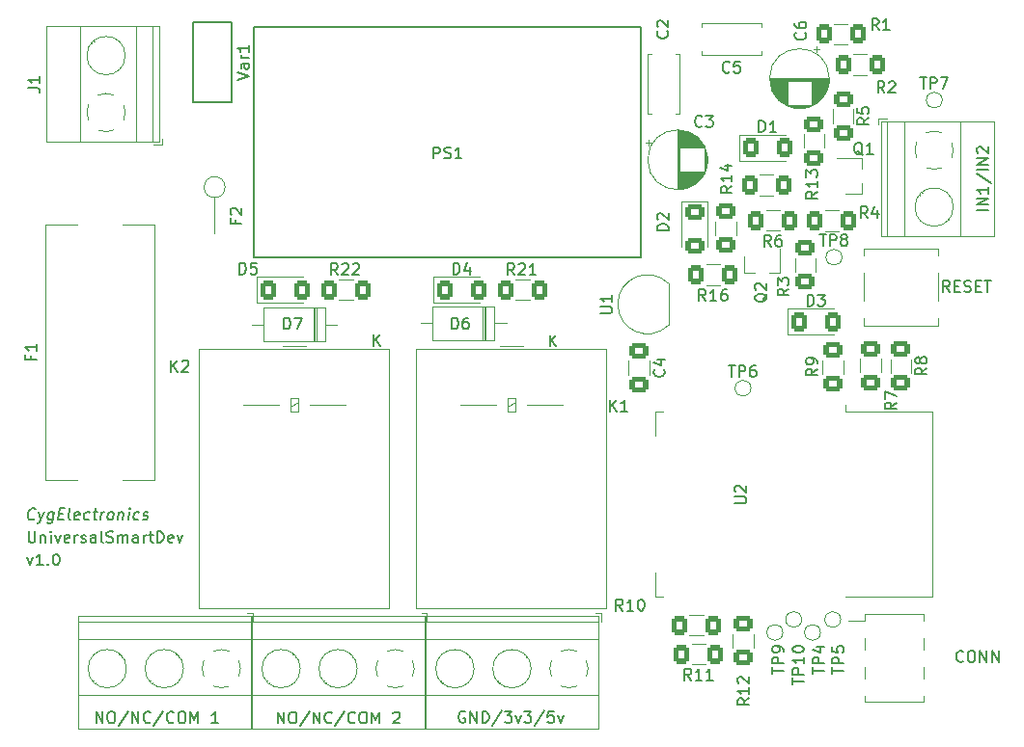
<source format=gto>
%TF.GenerationSoftware,KiCad,Pcbnew,(6.0.1)*%
%TF.CreationDate,2022-01-24T21:35:52+01:00*%
%TF.ProjectId,SmartSwitch,536d6172-7453-4776-9974-63682e6b6963,rev?*%
%TF.SameCoordinates,Original*%
%TF.FileFunction,Legend,Top*%
%TF.FilePolarity,Positive*%
%FSLAX46Y46*%
G04 Gerber Fmt 4.6, Leading zero omitted, Abs format (unit mm)*
G04 Created by KiCad (PCBNEW (6.0.1)) date 2022-01-24 21:35:52*
%MOMM*%
%LPD*%
G01*
G04 APERTURE LIST*
G04 Aperture macros list*
%AMRoundRect*
0 Rectangle with rounded corners*
0 $1 Rounding radius*
0 $2 $3 $4 $5 $6 $7 $8 $9 X,Y pos of 4 corners*
0 Add a 4 corners polygon primitive as box body*
4,1,4,$2,$3,$4,$5,$6,$7,$8,$9,$2,$3,0*
0 Add four circle primitives for the rounded corners*
1,1,$1+$1,$2,$3*
1,1,$1+$1,$4,$5*
1,1,$1+$1,$6,$7*
1,1,$1+$1,$8,$9*
0 Add four rect primitives between the rounded corners*
20,1,$1+$1,$2,$3,$4,$5,0*
20,1,$1+$1,$4,$5,$6,$7,0*
20,1,$1+$1,$6,$7,$8,$9,0*
20,1,$1+$1,$8,$9,$2,$3,0*%
G04 Aperture macros list end*
%ADD10C,0.150000*%
%ADD11C,0.200000*%
%ADD12C,0.120000*%
%ADD13C,2.500000*%
%ADD14R,1.000000X2.500000*%
%ADD15R,1.800000X1.000000*%
%ADD16RoundRect,0.250001X0.462499X0.624999X-0.462499X0.624999X-0.462499X-0.624999X0.462499X-0.624999X0*%
%ADD17RoundRect,0.250001X0.624999X-0.462499X0.624999X0.462499X-0.624999X0.462499X-0.624999X-0.462499X0*%
%ADD18RoundRect,0.250001X-0.462499X-0.624999X0.462499X-0.624999X0.462499X0.624999X-0.462499X0.624999X0*%
%ADD19RoundRect,0.250001X-0.624999X0.462499X-0.624999X-0.462499X0.624999X-0.462499X0.624999X0.462499X0*%
%ADD20R,1.600000X1.600000*%
%ADD21C,1.600000*%
%ADD22R,0.900000X0.800000*%
%ADD23R,2.600000X2.600000*%
%ADD24C,2.600000*%
%ADD25R,0.800000X0.900000*%
%ADD26C,1.000000*%
%ADD27C,1.400000*%
%ADD28O,1.400000X1.400000*%
%ADD29R,2.500000X2.500000*%
%ADD30O,2.500000X2.500000*%
%ADD31R,2.200000X2.200000*%
%ADD32O,2.200000X2.200000*%
%ADD33R,3.150000X1.000000*%
%ADD34R,1.500000X1.050000*%
%ADD35O,1.500000X1.050000*%
%ADD36R,2.750000X1.000000*%
%ADD37C,2.700000*%
%ADD38C,3.000000*%
G04 APERTURE END LIST*
D10*
X95641666Y-132785714D02*
X95879761Y-133452380D01*
X96117857Y-132785714D01*
X97022618Y-133452380D02*
X96451190Y-133452380D01*
X96736904Y-133452380D02*
X96736904Y-132452380D01*
X96641666Y-132595238D01*
X96546428Y-132690476D01*
X96451190Y-132738095D01*
X97451190Y-133357142D02*
X97498809Y-133404761D01*
X97451190Y-133452380D01*
X97403571Y-133404761D01*
X97451190Y-133357142D01*
X97451190Y-133452380D01*
X98117857Y-132452380D02*
X98213095Y-132452380D01*
X98308333Y-132500000D01*
X98355952Y-132547619D01*
X98403571Y-132642857D01*
X98451190Y-132833333D01*
X98451190Y-133071428D01*
X98403571Y-133261904D01*
X98355952Y-133357142D01*
X98308333Y-133404761D01*
X98213095Y-133452380D01*
X98117857Y-133452380D01*
X98022618Y-133404761D01*
X97974999Y-133357142D01*
X97927380Y-133261904D01*
X97879761Y-133071428D01*
X97879761Y-132833333D01*
X97927380Y-132642857D01*
X97974999Y-132547619D01*
X98022618Y-132500000D01*
X98117857Y-132452380D01*
D11*
X96250565Y-129357142D02*
X96196994Y-129404761D01*
X96048184Y-129452380D01*
X95952946Y-129452380D01*
X95816041Y-129404761D01*
X95732708Y-129309523D01*
X95696994Y-129214285D01*
X95673184Y-129023809D01*
X95691041Y-128880952D01*
X95762470Y-128690476D01*
X95821994Y-128595238D01*
X95929136Y-128500000D01*
X96077946Y-128452380D01*
X96173184Y-128452380D01*
X96310089Y-128500000D01*
X96351755Y-128547619D01*
X96655327Y-128785714D02*
X96810089Y-129452380D01*
X97131517Y-128785714D02*
X96810089Y-129452380D01*
X96685089Y-129690476D01*
X96631517Y-129738095D01*
X96530327Y-129785714D01*
X97941041Y-128785714D02*
X97839851Y-129595238D01*
X97780327Y-129690476D01*
X97726755Y-129738095D01*
X97625565Y-129785714D01*
X97482708Y-129785714D01*
X97393422Y-129738095D01*
X97863660Y-129404761D02*
X97762470Y-129452380D01*
X97571994Y-129452380D01*
X97482708Y-129404761D01*
X97441041Y-129357142D01*
X97405327Y-129261904D01*
X97441041Y-128976190D01*
X97500565Y-128880952D01*
X97554136Y-128833333D01*
X97655327Y-128785714D01*
X97845803Y-128785714D01*
X97935089Y-128833333D01*
X98399375Y-128928571D02*
X98732708Y-128928571D01*
X98810089Y-129452380D02*
X98333898Y-129452380D01*
X98458898Y-128452380D01*
X98935089Y-128452380D01*
X99381517Y-129452380D02*
X99292232Y-129404761D01*
X99256517Y-129309523D01*
X99363660Y-128452380D01*
X100149375Y-129404761D02*
X100048184Y-129452380D01*
X99857708Y-129452380D01*
X99768422Y-129404761D01*
X99732708Y-129309523D01*
X99780327Y-128928571D01*
X99839851Y-128833333D01*
X99941041Y-128785714D01*
X100131517Y-128785714D01*
X100220803Y-128833333D01*
X100256517Y-128928571D01*
X100244613Y-129023809D01*
X99756517Y-129119047D01*
X101054136Y-129404761D02*
X100952946Y-129452380D01*
X100762470Y-129452380D01*
X100673184Y-129404761D01*
X100631517Y-129357142D01*
X100595803Y-129261904D01*
X100631517Y-128976190D01*
X100691041Y-128880952D01*
X100744613Y-128833333D01*
X100845803Y-128785714D01*
X101036279Y-128785714D01*
X101125565Y-128833333D01*
X101417232Y-128785714D02*
X101798184Y-128785714D01*
X101601755Y-128452380D02*
X101494613Y-129309523D01*
X101530327Y-129404761D01*
X101619613Y-129452380D01*
X101714851Y-129452380D01*
X102048184Y-129452380D02*
X102131517Y-128785714D01*
X102107708Y-128976190D02*
X102167232Y-128880952D01*
X102220803Y-128833333D01*
X102321994Y-128785714D01*
X102417232Y-128785714D01*
X102810089Y-129452380D02*
X102720803Y-129404761D01*
X102679136Y-129357142D01*
X102643422Y-129261904D01*
X102679136Y-128976190D01*
X102738660Y-128880952D01*
X102792232Y-128833333D01*
X102893422Y-128785714D01*
X103036279Y-128785714D01*
X103125565Y-128833333D01*
X103167232Y-128880952D01*
X103202946Y-128976190D01*
X103167232Y-129261904D01*
X103107708Y-129357142D01*
X103054136Y-129404761D01*
X102952946Y-129452380D01*
X102810089Y-129452380D01*
X103655327Y-128785714D02*
X103571994Y-129452380D01*
X103643422Y-128880952D02*
X103696994Y-128833333D01*
X103798184Y-128785714D01*
X103941041Y-128785714D01*
X104030327Y-128833333D01*
X104066041Y-128928571D01*
X104000565Y-129452380D01*
X104476755Y-129452380D02*
X104560089Y-128785714D01*
X104601755Y-128452380D02*
X104548184Y-128500000D01*
X104589851Y-128547619D01*
X104643422Y-128500000D01*
X104601755Y-128452380D01*
X104589851Y-128547619D01*
X105387470Y-129404761D02*
X105286279Y-129452380D01*
X105095803Y-129452380D01*
X105006517Y-129404761D01*
X104964851Y-129357142D01*
X104929136Y-129261904D01*
X104964851Y-128976190D01*
X105024375Y-128880952D01*
X105077946Y-128833333D01*
X105179136Y-128785714D01*
X105369613Y-128785714D01*
X105458898Y-128833333D01*
X105768422Y-129404761D02*
X105857708Y-129452380D01*
X106048184Y-129452380D01*
X106149375Y-129404761D01*
X106208898Y-129309523D01*
X106214851Y-129261904D01*
X106179136Y-129166666D01*
X106089851Y-129119047D01*
X105946994Y-129119047D01*
X105857708Y-129071428D01*
X105821994Y-128976190D01*
X105827946Y-128928571D01*
X105887470Y-128833333D01*
X105988660Y-128785714D01*
X106131517Y-128785714D01*
X106220803Y-128833333D01*
D10*
X95736905Y-130471130D02*
X95736905Y-131280654D01*
X95784524Y-131375892D01*
X95832143Y-131423511D01*
X95927381Y-131471130D01*
X96117857Y-131471130D01*
X96213095Y-131423511D01*
X96260714Y-131375892D01*
X96308333Y-131280654D01*
X96308333Y-130471130D01*
X96784524Y-130804464D02*
X96784524Y-131471130D01*
X96784524Y-130899702D02*
X96832143Y-130852083D01*
X96927381Y-130804464D01*
X97070238Y-130804464D01*
X97165476Y-130852083D01*
X97213095Y-130947321D01*
X97213095Y-131471130D01*
X97689286Y-131471130D02*
X97689286Y-130804464D01*
X97689286Y-130471130D02*
X97641667Y-130518750D01*
X97689286Y-130566369D01*
X97736905Y-130518750D01*
X97689286Y-130471130D01*
X97689286Y-130566369D01*
X98070238Y-130804464D02*
X98308333Y-131471130D01*
X98546429Y-130804464D01*
X99308333Y-131423511D02*
X99213095Y-131471130D01*
X99022619Y-131471130D01*
X98927381Y-131423511D01*
X98879762Y-131328273D01*
X98879762Y-130947321D01*
X98927381Y-130852083D01*
X99022619Y-130804464D01*
X99213095Y-130804464D01*
X99308333Y-130852083D01*
X99355952Y-130947321D01*
X99355952Y-131042559D01*
X98879762Y-131137797D01*
X99784524Y-131471130D02*
X99784524Y-130804464D01*
X99784524Y-130994940D02*
X99832143Y-130899702D01*
X99879762Y-130852083D01*
X99975000Y-130804464D01*
X100070238Y-130804464D01*
X100355952Y-131423511D02*
X100451191Y-131471130D01*
X100641667Y-131471130D01*
X100736905Y-131423511D01*
X100784524Y-131328273D01*
X100784524Y-131280654D01*
X100736905Y-131185416D01*
X100641667Y-131137797D01*
X100498810Y-131137797D01*
X100403571Y-131090178D01*
X100355952Y-130994940D01*
X100355952Y-130947321D01*
X100403571Y-130852083D01*
X100498810Y-130804464D01*
X100641667Y-130804464D01*
X100736905Y-130852083D01*
X101641667Y-131471130D02*
X101641667Y-130947321D01*
X101594048Y-130852083D01*
X101498810Y-130804464D01*
X101308333Y-130804464D01*
X101213095Y-130852083D01*
X101641667Y-131423511D02*
X101546429Y-131471130D01*
X101308333Y-131471130D01*
X101213095Y-131423511D01*
X101165476Y-131328273D01*
X101165476Y-131233035D01*
X101213095Y-131137797D01*
X101308333Y-131090178D01*
X101546429Y-131090178D01*
X101641667Y-131042559D01*
X102260714Y-131471130D02*
X102165476Y-131423511D01*
X102117857Y-131328273D01*
X102117857Y-130471130D01*
X102594048Y-131423511D02*
X102736905Y-131471130D01*
X102975000Y-131471130D01*
X103070238Y-131423511D01*
X103117857Y-131375892D01*
X103165476Y-131280654D01*
X103165476Y-131185416D01*
X103117857Y-131090178D01*
X103070238Y-131042559D01*
X102975000Y-130994940D01*
X102784524Y-130947321D01*
X102689286Y-130899702D01*
X102641667Y-130852083D01*
X102594048Y-130756845D01*
X102594048Y-130661607D01*
X102641667Y-130566369D01*
X102689286Y-130518750D01*
X102784524Y-130471130D01*
X103022619Y-130471130D01*
X103165476Y-130518750D01*
X103594048Y-131471130D02*
X103594048Y-130804464D01*
X103594048Y-130899702D02*
X103641667Y-130852083D01*
X103736905Y-130804464D01*
X103879762Y-130804464D01*
X103975000Y-130852083D01*
X104022619Y-130947321D01*
X104022619Y-131471130D01*
X104022619Y-130947321D02*
X104070238Y-130852083D01*
X104165476Y-130804464D01*
X104308333Y-130804464D01*
X104403571Y-130852083D01*
X104451191Y-130947321D01*
X104451191Y-131471130D01*
X105355952Y-131471130D02*
X105355952Y-130947321D01*
X105308333Y-130852083D01*
X105213095Y-130804464D01*
X105022619Y-130804464D01*
X104927381Y-130852083D01*
X105355952Y-131423511D02*
X105260714Y-131471130D01*
X105022619Y-131471130D01*
X104927381Y-131423511D01*
X104879762Y-131328273D01*
X104879762Y-131233035D01*
X104927381Y-131137797D01*
X105022619Y-131090178D01*
X105260714Y-131090178D01*
X105355952Y-131042559D01*
X105832143Y-131471130D02*
X105832143Y-130804464D01*
X105832143Y-130994940D02*
X105879762Y-130899702D01*
X105927381Y-130852083D01*
X106022619Y-130804464D01*
X106117857Y-130804464D01*
X106308333Y-130804464D02*
X106689286Y-130804464D01*
X106451191Y-130471130D02*
X106451191Y-131328273D01*
X106498810Y-131423511D01*
X106594048Y-131471130D01*
X106689286Y-131471130D01*
X107022619Y-131471130D02*
X107022619Y-130471130D01*
X107260714Y-130471130D01*
X107403571Y-130518750D01*
X107498810Y-130613988D01*
X107546429Y-130709226D01*
X107594048Y-130899702D01*
X107594048Y-131042559D01*
X107546429Y-131233035D01*
X107498810Y-131328273D01*
X107403571Y-131423511D01*
X107260714Y-131471130D01*
X107022619Y-131471130D01*
X108403571Y-131423511D02*
X108308333Y-131471130D01*
X108117857Y-131471130D01*
X108022619Y-131423511D01*
X107975000Y-131328273D01*
X107975000Y-130947321D01*
X108022619Y-130852083D01*
X108117857Y-130804464D01*
X108308333Y-130804464D01*
X108403571Y-130852083D01*
X108451191Y-130947321D01*
X108451191Y-131042559D01*
X107975000Y-131137797D01*
X108784524Y-130804464D02*
X109022619Y-131471130D01*
X109260714Y-130804464D01*
X157694380Y-128015904D02*
X158503904Y-128015904D01*
X158599142Y-127968285D01*
X158646761Y-127920666D01*
X158694380Y-127825428D01*
X158694380Y-127634952D01*
X158646761Y-127539714D01*
X158599142Y-127492095D01*
X158503904Y-127444476D01*
X157694380Y-127444476D01*
X157789619Y-127015904D02*
X157742000Y-126968285D01*
X157694380Y-126873047D01*
X157694380Y-126634952D01*
X157742000Y-126539714D01*
X157789619Y-126492095D01*
X157884857Y-126444476D01*
X157980095Y-126444476D01*
X158122952Y-126492095D01*
X158694380Y-127063523D01*
X158694380Y-126444476D01*
X122857142Y-107952380D02*
X122523809Y-107476190D01*
X122285714Y-107952380D02*
X122285714Y-106952380D01*
X122666666Y-106952380D01*
X122761904Y-107000000D01*
X122809523Y-107047619D01*
X122857142Y-107142857D01*
X122857142Y-107285714D01*
X122809523Y-107380952D01*
X122761904Y-107428571D01*
X122666666Y-107476190D01*
X122285714Y-107476190D01*
X123238095Y-107047619D02*
X123285714Y-107000000D01*
X123380952Y-106952380D01*
X123619047Y-106952380D01*
X123714285Y-107000000D01*
X123761904Y-107047619D01*
X123809523Y-107142857D01*
X123809523Y-107238095D01*
X123761904Y-107380952D01*
X123190476Y-107952380D01*
X123809523Y-107952380D01*
X124190476Y-107047619D02*
X124238095Y-107000000D01*
X124333333Y-106952380D01*
X124571428Y-106952380D01*
X124666666Y-107000000D01*
X124714285Y-107047619D01*
X124761904Y-107142857D01*
X124761904Y-107238095D01*
X124714285Y-107380952D01*
X124142857Y-107952380D01*
X124761904Y-107952380D01*
X155149642Y-110222380D02*
X154816309Y-109746190D01*
X154578214Y-110222380D02*
X154578214Y-109222380D01*
X154959166Y-109222380D01*
X155054404Y-109270000D01*
X155102023Y-109317619D01*
X155149642Y-109412857D01*
X155149642Y-109555714D01*
X155102023Y-109650952D01*
X155054404Y-109698571D01*
X154959166Y-109746190D01*
X154578214Y-109746190D01*
X156102023Y-110222380D02*
X155530595Y-110222380D01*
X155816309Y-110222380D02*
X155816309Y-109222380D01*
X155721071Y-109365238D01*
X155625833Y-109460476D01*
X155530595Y-109508095D01*
X156959166Y-109222380D02*
X156768690Y-109222380D01*
X156673452Y-109270000D01*
X156625833Y-109317619D01*
X156530595Y-109460476D01*
X156482976Y-109650952D01*
X156482976Y-110031904D01*
X156530595Y-110127142D01*
X156578214Y-110174761D01*
X156673452Y-110222380D01*
X156863928Y-110222380D01*
X156959166Y-110174761D01*
X157006785Y-110127142D01*
X157054404Y-110031904D01*
X157054404Y-109793809D01*
X157006785Y-109698571D01*
X156959166Y-109650952D01*
X156863928Y-109603333D01*
X156673452Y-109603333D01*
X156578214Y-109650952D01*
X156530595Y-109698571D01*
X156482976Y-109793809D01*
X138357142Y-107952380D02*
X138023809Y-107476190D01*
X137785714Y-107952380D02*
X137785714Y-106952380D01*
X138166666Y-106952380D01*
X138261904Y-107000000D01*
X138309523Y-107047619D01*
X138357142Y-107142857D01*
X138357142Y-107285714D01*
X138309523Y-107380952D01*
X138261904Y-107428571D01*
X138166666Y-107476190D01*
X137785714Y-107476190D01*
X138738095Y-107047619D02*
X138785714Y-107000000D01*
X138880952Y-106952380D01*
X139119047Y-106952380D01*
X139214285Y-107000000D01*
X139261904Y-107047619D01*
X139309523Y-107142857D01*
X139309523Y-107238095D01*
X139261904Y-107380952D01*
X138690476Y-107952380D01*
X139309523Y-107952380D01*
X140261904Y-107952380D02*
X139690476Y-107952380D01*
X139976190Y-107952380D02*
X139976190Y-106952380D01*
X139880952Y-107095238D01*
X139785714Y-107190476D01*
X139690476Y-107238095D01*
X164952380Y-100642857D02*
X164476190Y-100976190D01*
X164952380Y-101214285D02*
X163952380Y-101214285D01*
X163952380Y-100833333D01*
X164000000Y-100738095D01*
X164047619Y-100690476D01*
X164142857Y-100642857D01*
X164285714Y-100642857D01*
X164380952Y-100690476D01*
X164428571Y-100738095D01*
X164476190Y-100833333D01*
X164476190Y-101214285D01*
X164952380Y-99690476D02*
X164952380Y-100261904D01*
X164952380Y-99976190D02*
X163952380Y-99976190D01*
X164095238Y-100071428D01*
X164190476Y-100166666D01*
X164238095Y-100261904D01*
X163952380Y-99357142D02*
X163952380Y-98738095D01*
X164333333Y-99071428D01*
X164333333Y-98928571D01*
X164380952Y-98833333D01*
X164428571Y-98785714D01*
X164523809Y-98738095D01*
X164761904Y-98738095D01*
X164857142Y-98785714D01*
X164904761Y-98833333D01*
X164952380Y-98928571D01*
X164952380Y-99214285D01*
X164904761Y-99309523D01*
X164857142Y-99357142D01*
X153876642Y-143542380D02*
X153543309Y-143066190D01*
X153305214Y-143542380D02*
X153305214Y-142542380D01*
X153686166Y-142542380D01*
X153781404Y-142590000D01*
X153829023Y-142637619D01*
X153876642Y-142732857D01*
X153876642Y-142875714D01*
X153829023Y-142970952D01*
X153781404Y-143018571D01*
X153686166Y-143066190D01*
X153305214Y-143066190D01*
X154829023Y-143542380D02*
X154257595Y-143542380D01*
X154543309Y-143542380D02*
X154543309Y-142542380D01*
X154448071Y-142685238D01*
X154352833Y-142780476D01*
X154257595Y-142828095D01*
X155781404Y-143542380D02*
X155209976Y-143542380D01*
X155495690Y-143542380D02*
X155495690Y-142542380D01*
X155400452Y-142685238D01*
X155305214Y-142780476D01*
X155209976Y-142828095D01*
X147857142Y-137452380D02*
X147523809Y-136976190D01*
X147285714Y-137452380D02*
X147285714Y-136452380D01*
X147666666Y-136452380D01*
X147761904Y-136500000D01*
X147809523Y-136547619D01*
X147857142Y-136642857D01*
X147857142Y-136785714D01*
X147809523Y-136880952D01*
X147761904Y-136928571D01*
X147666666Y-136976190D01*
X147285714Y-136976190D01*
X148809523Y-137452380D02*
X148238095Y-137452380D01*
X148523809Y-137452380D02*
X148523809Y-136452380D01*
X148428571Y-136595238D01*
X148333333Y-136690476D01*
X148238095Y-136738095D01*
X149428571Y-136452380D02*
X149523809Y-136452380D01*
X149619047Y-136500000D01*
X149666666Y-136547619D01*
X149714285Y-136642857D01*
X149761904Y-136833333D01*
X149761904Y-137071428D01*
X149714285Y-137261904D01*
X149666666Y-137357142D01*
X149619047Y-137404761D01*
X149523809Y-137452380D01*
X149428571Y-137452380D01*
X149333333Y-137404761D01*
X149285714Y-137357142D01*
X149238095Y-137261904D01*
X149190476Y-137071428D01*
X149190476Y-136833333D01*
X149238095Y-136642857D01*
X149285714Y-136547619D01*
X149333333Y-136500000D01*
X149428571Y-136452380D01*
X157452380Y-100142857D02*
X156976190Y-100476190D01*
X157452380Y-100714285D02*
X156452380Y-100714285D01*
X156452380Y-100333333D01*
X156500000Y-100238095D01*
X156547619Y-100190476D01*
X156642857Y-100142857D01*
X156785714Y-100142857D01*
X156880952Y-100190476D01*
X156928571Y-100238095D01*
X156976190Y-100333333D01*
X156976190Y-100714285D01*
X157452380Y-99190476D02*
X157452380Y-99761904D01*
X157452380Y-99476190D02*
X156452380Y-99476190D01*
X156595238Y-99571428D01*
X156690476Y-99666666D01*
X156738095Y-99761904D01*
X156785714Y-98333333D02*
X157452380Y-98333333D01*
X156404761Y-98571428D02*
X157119047Y-98809523D01*
X157119047Y-98190476D01*
X158952380Y-145142857D02*
X158476190Y-145476190D01*
X158952380Y-145714285D02*
X157952380Y-145714285D01*
X157952380Y-145333333D01*
X158000000Y-145238095D01*
X158047619Y-145190476D01*
X158142857Y-145142857D01*
X158285714Y-145142857D01*
X158380952Y-145190476D01*
X158428571Y-145238095D01*
X158476190Y-145333333D01*
X158476190Y-145714285D01*
X158952380Y-144190476D02*
X158952380Y-144761904D01*
X158952380Y-144476190D02*
X157952380Y-144476190D01*
X158095238Y-144571428D01*
X158190476Y-144666666D01*
X158238095Y-144761904D01*
X158047619Y-143809523D02*
X158000000Y-143761904D01*
X157952380Y-143666666D01*
X157952380Y-143428571D01*
X158000000Y-143333333D01*
X158047619Y-143285714D01*
X158142857Y-143238095D01*
X158238095Y-143238095D01*
X158380952Y-143285714D01*
X158952380Y-143857142D01*
X158952380Y-143238095D01*
X164952380Y-116200166D02*
X164476190Y-116533500D01*
X164952380Y-116771595D02*
X163952380Y-116771595D01*
X163952380Y-116390642D01*
X164000000Y-116295404D01*
X164047619Y-116247785D01*
X164142857Y-116200166D01*
X164285714Y-116200166D01*
X164380952Y-116247785D01*
X164428571Y-116295404D01*
X164476190Y-116390642D01*
X164476190Y-116771595D01*
X164952380Y-115723976D02*
X164952380Y-115533500D01*
X164904761Y-115438261D01*
X164857142Y-115390642D01*
X164714285Y-115295404D01*
X164523809Y-115247785D01*
X164142857Y-115247785D01*
X164047619Y-115295404D01*
X164000000Y-115343023D01*
X163952380Y-115438261D01*
X163952380Y-115628738D01*
X164000000Y-115723976D01*
X164047619Y-115771595D01*
X164142857Y-115819214D01*
X164380952Y-115819214D01*
X164476190Y-115771595D01*
X164523809Y-115723976D01*
X164571428Y-115628738D01*
X164571428Y-115438261D01*
X164523809Y-115343023D01*
X164476190Y-115295404D01*
X164380952Y-115247785D01*
X163857142Y-86666666D02*
X163904761Y-86714285D01*
X163952380Y-86857142D01*
X163952380Y-86952380D01*
X163904761Y-87095238D01*
X163809523Y-87190476D01*
X163714285Y-87238095D01*
X163523809Y-87285714D01*
X163380952Y-87285714D01*
X163190476Y-87238095D01*
X163095238Y-87190476D01*
X163000000Y-87095238D01*
X162952380Y-86952380D01*
X162952380Y-86857142D01*
X163000000Y-86714285D01*
X163047619Y-86666666D01*
X162952380Y-85809523D02*
X162952380Y-86000000D01*
X163000000Y-86095238D01*
X163047619Y-86142857D01*
X163190476Y-86238095D01*
X163380952Y-86285714D01*
X163761904Y-86285714D01*
X163857142Y-86238095D01*
X163904761Y-86190476D01*
X163952380Y-86095238D01*
X163952380Y-85904761D01*
X163904761Y-85809523D01*
X163857142Y-85761904D01*
X163761904Y-85714285D01*
X163523809Y-85714285D01*
X163428571Y-85761904D01*
X163380952Y-85809523D01*
X163333333Y-85904761D01*
X163333333Y-86095238D01*
X163380952Y-86190476D01*
X163428571Y-86238095D01*
X163523809Y-86285714D01*
X168921441Y-97440999D02*
X168826203Y-97393380D01*
X168730965Y-97298141D01*
X168588108Y-97155284D01*
X168492870Y-97107665D01*
X168397632Y-97107665D01*
X168445251Y-97345760D02*
X168350013Y-97298141D01*
X168254775Y-97202903D01*
X168207156Y-97012427D01*
X168207156Y-96679094D01*
X168254775Y-96488618D01*
X168350013Y-96393380D01*
X168445251Y-96345760D01*
X168635727Y-96345760D01*
X168730965Y-96393380D01*
X168826203Y-96488618D01*
X168873822Y-96679094D01*
X168873822Y-97012427D01*
X168826203Y-97202903D01*
X168730965Y-97298141D01*
X168635727Y-97345760D01*
X168445251Y-97345760D01*
X169826203Y-97345760D02*
X169254775Y-97345760D01*
X169540489Y-97345760D02*
X169540489Y-96345760D01*
X169445251Y-96488618D01*
X169350013Y-96583856D01*
X169254775Y-96631475D01*
X171868380Y-119166666D02*
X171392190Y-119500000D01*
X171868380Y-119738095D02*
X170868380Y-119738095D01*
X170868380Y-119357142D01*
X170916000Y-119261904D01*
X170963619Y-119214285D01*
X171058857Y-119166666D01*
X171201714Y-119166666D01*
X171296952Y-119214285D01*
X171344571Y-119261904D01*
X171392190Y-119357142D01*
X171392190Y-119738095D01*
X170868380Y-118833333D02*
X170868380Y-118166666D01*
X171868380Y-118595238D01*
X160883833Y-105452380D02*
X160550500Y-104976190D01*
X160312404Y-105452380D02*
X160312404Y-104452380D01*
X160693357Y-104452380D01*
X160788595Y-104500000D01*
X160836214Y-104547619D01*
X160883833Y-104642857D01*
X160883833Y-104785714D01*
X160836214Y-104880952D01*
X160788595Y-104928571D01*
X160693357Y-104976190D01*
X160312404Y-104976190D01*
X161740976Y-104452380D02*
X161550500Y-104452380D01*
X161455261Y-104500000D01*
X161407642Y-104547619D01*
X161312404Y-104690476D01*
X161264785Y-104880952D01*
X161264785Y-105261904D01*
X161312404Y-105357142D01*
X161360023Y-105404761D01*
X161455261Y-105452380D01*
X161645738Y-105452380D01*
X161740976Y-105404761D01*
X161788595Y-105357142D01*
X161836214Y-105261904D01*
X161836214Y-105023809D01*
X161788595Y-104928571D01*
X161740976Y-104880952D01*
X161645738Y-104833333D01*
X161455261Y-104833333D01*
X161360023Y-104880952D01*
X161312404Y-104928571D01*
X161264785Y-105023809D01*
X169452380Y-94166666D02*
X168976190Y-94500000D01*
X169452380Y-94738095D02*
X168452380Y-94738095D01*
X168452380Y-94357142D01*
X168500000Y-94261904D01*
X168547619Y-94214285D01*
X168642857Y-94166666D01*
X168785714Y-94166666D01*
X168880952Y-94214285D01*
X168928571Y-94261904D01*
X168976190Y-94357142D01*
X168976190Y-94738095D01*
X168452380Y-93261904D02*
X168452380Y-93738095D01*
X168928571Y-93785714D01*
X168880952Y-93738095D01*
X168833333Y-93642857D01*
X168833333Y-93404761D01*
X168880952Y-93309523D01*
X168928571Y-93261904D01*
X169023809Y-93214285D01*
X169261904Y-93214285D01*
X169357142Y-93261904D01*
X169404761Y-93309523D01*
X169452380Y-93404761D01*
X169452380Y-93642857D01*
X169404761Y-93738095D01*
X169357142Y-93785714D01*
X114261904Y-107898380D02*
X114261904Y-106898380D01*
X114500000Y-106898380D01*
X114642857Y-106946000D01*
X114738095Y-107041238D01*
X114785714Y-107136476D01*
X114833333Y-107326952D01*
X114833333Y-107469809D01*
X114785714Y-107660285D01*
X114738095Y-107755523D01*
X114642857Y-107850761D01*
X114500000Y-107898380D01*
X114261904Y-107898380D01*
X115738095Y-106898380D02*
X115261904Y-106898380D01*
X115214285Y-107374571D01*
X115261904Y-107326952D01*
X115357142Y-107279333D01*
X115595238Y-107279333D01*
X115690476Y-107326952D01*
X115738095Y-107374571D01*
X115785714Y-107469809D01*
X115785714Y-107707904D01*
X115738095Y-107803142D01*
X115690476Y-107850761D01*
X115595238Y-107898380D01*
X115357142Y-107898380D01*
X115261904Y-107850761D01*
X115214285Y-107803142D01*
X164068404Y-110692380D02*
X164068404Y-109692380D01*
X164306500Y-109692380D01*
X164449357Y-109740000D01*
X164544595Y-109835238D01*
X164592214Y-109930476D01*
X164639833Y-110120952D01*
X164639833Y-110263809D01*
X164592214Y-110454285D01*
X164544595Y-110549523D01*
X164449357Y-110644761D01*
X164306500Y-110692380D01*
X164068404Y-110692380D01*
X164973166Y-109692380D02*
X165592214Y-109692380D01*
X165258880Y-110073333D01*
X165401738Y-110073333D01*
X165496976Y-110120952D01*
X165544595Y-110168571D01*
X165592214Y-110263809D01*
X165592214Y-110501904D01*
X165544595Y-110597142D01*
X165496976Y-110644761D01*
X165401738Y-110692380D01*
X165116023Y-110692380D01*
X165020785Y-110644761D01*
X164973166Y-110597142D01*
X151477142Y-116266666D02*
X151524761Y-116314285D01*
X151572380Y-116457142D01*
X151572380Y-116552380D01*
X151524761Y-116695238D01*
X151429523Y-116790476D01*
X151334285Y-116838095D01*
X151143809Y-116885714D01*
X151000952Y-116885714D01*
X150810476Y-116838095D01*
X150715238Y-116790476D01*
X150620000Y-116695238D01*
X150572380Y-116552380D01*
X150572380Y-116457142D01*
X150620000Y-116314285D01*
X150667619Y-116266666D01*
X150905714Y-115409523D02*
X151572380Y-115409523D01*
X150524761Y-115647619D02*
X151239047Y-115885714D01*
X151239047Y-115266666D01*
X162452380Y-109166666D02*
X161976190Y-109500000D01*
X162452380Y-109738095D02*
X161452380Y-109738095D01*
X161452380Y-109357142D01*
X161500000Y-109261904D01*
X161547619Y-109214285D01*
X161642857Y-109166666D01*
X161785714Y-109166666D01*
X161880952Y-109214285D01*
X161928571Y-109261904D01*
X161976190Y-109357142D01*
X161976190Y-109738095D01*
X161452380Y-108833333D02*
X161452380Y-108214285D01*
X161833333Y-108547619D01*
X161833333Y-108404761D01*
X161880952Y-108309523D01*
X161928571Y-108261904D01*
X162023809Y-108214285D01*
X162261904Y-108214285D01*
X162357142Y-108261904D01*
X162404761Y-108309523D01*
X162452380Y-108404761D01*
X162452380Y-108690476D01*
X162404761Y-108785714D01*
X162357142Y-108833333D01*
X131265714Y-97724380D02*
X131265714Y-96724380D01*
X131646666Y-96724380D01*
X131741904Y-96772000D01*
X131789523Y-96819619D01*
X131837142Y-96914857D01*
X131837142Y-97057714D01*
X131789523Y-97152952D01*
X131741904Y-97200571D01*
X131646666Y-97248190D01*
X131265714Y-97248190D01*
X132218095Y-97676761D02*
X132360952Y-97724380D01*
X132599047Y-97724380D01*
X132694285Y-97676761D01*
X132741904Y-97629142D01*
X132789523Y-97533904D01*
X132789523Y-97438666D01*
X132741904Y-97343428D01*
X132694285Y-97295809D01*
X132599047Y-97248190D01*
X132408571Y-97200571D01*
X132313333Y-97152952D01*
X132265714Y-97105333D01*
X132218095Y-97010095D01*
X132218095Y-96914857D01*
X132265714Y-96819619D01*
X132313333Y-96772000D01*
X132408571Y-96724380D01*
X132646666Y-96724380D01*
X132789523Y-96772000D01*
X133741904Y-97724380D02*
X133170476Y-97724380D01*
X133456190Y-97724380D02*
X133456190Y-96724380D01*
X133360952Y-96867238D01*
X133265714Y-96962476D01*
X133170476Y-97010095D01*
X169333333Y-102952380D02*
X169000000Y-102476190D01*
X168761904Y-102952380D02*
X168761904Y-101952380D01*
X169142857Y-101952380D01*
X169238095Y-102000000D01*
X169285714Y-102047619D01*
X169333333Y-102142857D01*
X169333333Y-102285714D01*
X169285714Y-102380952D01*
X169238095Y-102428571D01*
X169142857Y-102476190D01*
X168761904Y-102476190D01*
X170190476Y-102285714D02*
X170190476Y-102952380D01*
X169952380Y-101904761D02*
X169714285Y-102619047D01*
X170333333Y-102619047D01*
X157233333Y-90107142D02*
X157185714Y-90154761D01*
X157042857Y-90202380D01*
X156947619Y-90202380D01*
X156804761Y-90154761D01*
X156709523Y-90059523D01*
X156661904Y-89964285D01*
X156614285Y-89773809D01*
X156614285Y-89630952D01*
X156661904Y-89440476D01*
X156709523Y-89345238D01*
X156804761Y-89250000D01*
X156947619Y-89202380D01*
X157042857Y-89202380D01*
X157185714Y-89250000D01*
X157233333Y-89297619D01*
X158138095Y-89202380D02*
X157661904Y-89202380D01*
X157614285Y-89678571D01*
X157661904Y-89630952D01*
X157757142Y-89583333D01*
X157995238Y-89583333D01*
X158090476Y-89630952D01*
X158138095Y-89678571D01*
X158185714Y-89773809D01*
X158185714Y-90011904D01*
X158138095Y-90107142D01*
X158090476Y-90154761D01*
X157995238Y-90202380D01*
X157757142Y-90202380D01*
X157661904Y-90154761D01*
X157614285Y-90107142D01*
X179952380Y-102261904D02*
X178952380Y-102261904D01*
X179952380Y-101785714D02*
X178952380Y-101785714D01*
X179952380Y-101214285D01*
X178952380Y-101214285D01*
X179952380Y-100214285D02*
X179952380Y-100785714D01*
X179952380Y-100500000D02*
X178952380Y-100500000D01*
X179095238Y-100595238D01*
X179190476Y-100690476D01*
X179238095Y-100785714D01*
X178904761Y-99071428D02*
X180190476Y-99928571D01*
X179952380Y-98738095D02*
X178952380Y-98738095D01*
X179952380Y-98261904D02*
X178952380Y-98261904D01*
X179952380Y-97690476D01*
X178952380Y-97690476D01*
X179047619Y-97261904D02*
X179000000Y-97214285D01*
X178952380Y-97119047D01*
X178952380Y-96880952D01*
X179000000Y-96785714D01*
X179047619Y-96738095D01*
X179142857Y-96690476D01*
X179238095Y-96690476D01*
X179380952Y-96738095D01*
X179952380Y-97309523D01*
X179952380Y-96690476D01*
X133007404Y-107898380D02*
X133007404Y-106898380D01*
X133245500Y-106898380D01*
X133388357Y-106946000D01*
X133483595Y-107041238D01*
X133531214Y-107136476D01*
X133578833Y-107326952D01*
X133578833Y-107469809D01*
X133531214Y-107660285D01*
X133483595Y-107755523D01*
X133388357Y-107850761D01*
X133245500Y-107898380D01*
X133007404Y-107898380D01*
X134435976Y-107231714D02*
X134435976Y-107898380D01*
X134197880Y-106850761D02*
X133959785Y-107565047D01*
X134578833Y-107565047D01*
X160547619Y-109595238D02*
X160500000Y-109690476D01*
X160404761Y-109785714D01*
X160261904Y-109928571D01*
X160214285Y-110023809D01*
X160214285Y-110119047D01*
X160452380Y-110071428D02*
X160404761Y-110166666D01*
X160309523Y-110261904D01*
X160119047Y-110309523D01*
X159785714Y-110309523D01*
X159595238Y-110261904D01*
X159500000Y-110166666D01*
X159452380Y-110071428D01*
X159452380Y-109880952D01*
X159500000Y-109785714D01*
X159595238Y-109690476D01*
X159785714Y-109642857D01*
X160119047Y-109642857D01*
X160309523Y-109690476D01*
X160404761Y-109785714D01*
X160452380Y-109880952D01*
X160452380Y-110071428D01*
X159547619Y-109261904D02*
X159500000Y-109214285D01*
X159452380Y-109119047D01*
X159452380Y-108880952D01*
X159500000Y-108785714D01*
X159547619Y-108738095D01*
X159642857Y-108690476D01*
X159738095Y-108690476D01*
X159880952Y-108738095D01*
X160452380Y-109309523D01*
X160452380Y-108690476D01*
X174535380Y-116127166D02*
X174059190Y-116460500D01*
X174535380Y-116698595D02*
X173535380Y-116698595D01*
X173535380Y-116317642D01*
X173583000Y-116222404D01*
X173630619Y-116174785D01*
X173725857Y-116127166D01*
X173868714Y-116127166D01*
X173963952Y-116174785D01*
X174011571Y-116222404D01*
X174059190Y-116317642D01*
X174059190Y-116698595D01*
X173963952Y-115555738D02*
X173916333Y-115650976D01*
X173868714Y-115698595D01*
X173773476Y-115746214D01*
X173725857Y-115746214D01*
X173630619Y-115698595D01*
X173583000Y-115650976D01*
X173535380Y-115555738D01*
X173535380Y-115365261D01*
X173583000Y-115270023D01*
X173630619Y-115222404D01*
X173725857Y-115174785D01*
X173773476Y-115174785D01*
X173868714Y-115222404D01*
X173916333Y-115270023D01*
X173963952Y-115365261D01*
X173963952Y-115555738D01*
X174011571Y-115650976D01*
X174059190Y-115698595D01*
X174154428Y-115746214D01*
X174344904Y-115746214D01*
X174440142Y-115698595D01*
X174487761Y-115650976D01*
X174535380Y-115555738D01*
X174535380Y-115365261D01*
X174487761Y-115270023D01*
X174440142Y-115222404D01*
X174344904Y-115174785D01*
X174154428Y-115174785D01*
X174059190Y-115222404D01*
X174011571Y-115270023D01*
X173963952Y-115365261D01*
X157158095Y-115906380D02*
X157729523Y-115906380D01*
X157443809Y-116906380D02*
X157443809Y-115906380D01*
X158062857Y-116906380D02*
X158062857Y-115906380D01*
X158443809Y-115906380D01*
X158539047Y-115954000D01*
X158586666Y-116001619D01*
X158634285Y-116096857D01*
X158634285Y-116239714D01*
X158586666Y-116334952D01*
X158539047Y-116382571D01*
X158443809Y-116430190D01*
X158062857Y-116430190D01*
X159491428Y-115906380D02*
X159300952Y-115906380D01*
X159205714Y-115954000D01*
X159158095Y-116001619D01*
X159062857Y-116144476D01*
X159015238Y-116334952D01*
X159015238Y-116715904D01*
X159062857Y-116811142D01*
X159110476Y-116858761D01*
X159205714Y-116906380D01*
X159396190Y-116906380D01*
X159491428Y-116858761D01*
X159539047Y-116811142D01*
X159586666Y-116715904D01*
X159586666Y-116477809D01*
X159539047Y-116382571D01*
X159491428Y-116334952D01*
X159396190Y-116287333D01*
X159205714Y-116287333D01*
X159110476Y-116334952D01*
X159062857Y-116382571D01*
X159015238Y-116477809D01*
X164544380Y-142985213D02*
X164544380Y-142413785D01*
X165544380Y-142699499D02*
X164544380Y-142699499D01*
X165544380Y-142080451D02*
X164544380Y-142080451D01*
X164544380Y-141699499D01*
X164592000Y-141604261D01*
X164639619Y-141556642D01*
X164734857Y-141509023D01*
X164877714Y-141509023D01*
X164972952Y-141556642D01*
X165020571Y-141604261D01*
X165068190Y-141699499D01*
X165068190Y-142080451D01*
X164877714Y-140651880D02*
X165544380Y-140651880D01*
X164496761Y-140889975D02*
X165211047Y-141128070D01*
X165211047Y-140509023D01*
X166258880Y-142985213D02*
X166258880Y-142413785D01*
X167258880Y-142699499D02*
X166258880Y-142699499D01*
X167258880Y-142080451D02*
X166258880Y-142080451D01*
X166258880Y-141699499D01*
X166306500Y-141604261D01*
X166354119Y-141556642D01*
X166449357Y-141509023D01*
X166592214Y-141509023D01*
X166687452Y-141556642D01*
X166735071Y-141604261D01*
X166782690Y-141699499D01*
X166782690Y-142080451D01*
X166258880Y-140604261D02*
X166258880Y-141080451D01*
X166735071Y-141128070D01*
X166687452Y-141080451D01*
X166639833Y-140985213D01*
X166639833Y-140747118D01*
X166687452Y-140651880D01*
X166735071Y-140604261D01*
X166830309Y-140556642D01*
X167068404Y-140556642D01*
X167163642Y-140604261D01*
X167211261Y-140651880D01*
X167258880Y-140747118D01*
X167258880Y-140985213D01*
X167211261Y-141080451D01*
X167163642Y-141128070D01*
X160988380Y-142985213D02*
X160988380Y-142413785D01*
X161988380Y-142699499D02*
X160988380Y-142699499D01*
X161988380Y-142080451D02*
X160988380Y-142080451D01*
X160988380Y-141699499D01*
X161036000Y-141604261D01*
X161083619Y-141556642D01*
X161178857Y-141509023D01*
X161321714Y-141509023D01*
X161416952Y-141556642D01*
X161464571Y-141604261D01*
X161512190Y-141699499D01*
X161512190Y-142080451D01*
X161988380Y-141032832D02*
X161988380Y-140842356D01*
X161940761Y-140747118D01*
X161893142Y-140699499D01*
X161750285Y-140604261D01*
X161559809Y-140556642D01*
X161178857Y-140556642D01*
X161083619Y-140604261D01*
X161036000Y-140651880D01*
X160988380Y-140747118D01*
X160988380Y-140937594D01*
X161036000Y-141032832D01*
X161083619Y-141080451D01*
X161178857Y-141128070D01*
X161416952Y-141128070D01*
X161512190Y-141080451D01*
X161559809Y-141032832D01*
X161607428Y-140937594D01*
X161607428Y-140747118D01*
X161559809Y-140651880D01*
X161512190Y-140604261D01*
X161416952Y-140556642D01*
X165138095Y-104404380D02*
X165709523Y-104404380D01*
X165423809Y-105404380D02*
X165423809Y-104404380D01*
X166042857Y-105404380D02*
X166042857Y-104404380D01*
X166423809Y-104404380D01*
X166519047Y-104452000D01*
X166566666Y-104499619D01*
X166614285Y-104594857D01*
X166614285Y-104737714D01*
X166566666Y-104832952D01*
X166519047Y-104880571D01*
X166423809Y-104928190D01*
X166042857Y-104928190D01*
X167185714Y-104832952D02*
X167090476Y-104785333D01*
X167042857Y-104737714D01*
X166995238Y-104642476D01*
X166995238Y-104594857D01*
X167042857Y-104499619D01*
X167090476Y-104452000D01*
X167185714Y-104404380D01*
X167376190Y-104404380D01*
X167471428Y-104452000D01*
X167519047Y-104499619D01*
X167566666Y-104594857D01*
X167566666Y-104642476D01*
X167519047Y-104737714D01*
X167471428Y-104785333D01*
X167376190Y-104832952D01*
X167185714Y-104832952D01*
X167090476Y-104880571D01*
X167042857Y-104928190D01*
X166995238Y-105023428D01*
X166995238Y-105213904D01*
X167042857Y-105309142D01*
X167090476Y-105356761D01*
X167185714Y-105404380D01*
X167376190Y-105404380D01*
X167471428Y-105356761D01*
X167519047Y-105309142D01*
X167566666Y-105213904D01*
X167566666Y-105023428D01*
X167519047Y-104928190D01*
X167471428Y-104880571D01*
X167376190Y-104832952D01*
X101671786Y-147315180D02*
X101671786Y-146315180D01*
X102243215Y-147315180D01*
X102243215Y-146315180D01*
X102909881Y-146315180D02*
X103100358Y-146315180D01*
X103195596Y-146362800D01*
X103290834Y-146458038D01*
X103338453Y-146648514D01*
X103338453Y-146981847D01*
X103290834Y-147172323D01*
X103195596Y-147267561D01*
X103100358Y-147315180D01*
X102909881Y-147315180D01*
X102814643Y-147267561D01*
X102719405Y-147172323D01*
X102671786Y-146981847D01*
X102671786Y-146648514D01*
X102719405Y-146458038D01*
X102814643Y-146362800D01*
X102909881Y-146315180D01*
X104481310Y-146267561D02*
X103624167Y-147553276D01*
X104814643Y-147315180D02*
X104814643Y-146315180D01*
X105386072Y-147315180D01*
X105386072Y-146315180D01*
X106433691Y-147219942D02*
X106386072Y-147267561D01*
X106243215Y-147315180D01*
X106147977Y-147315180D01*
X106005120Y-147267561D01*
X105909881Y-147172323D01*
X105862262Y-147077085D01*
X105814643Y-146886609D01*
X105814643Y-146743752D01*
X105862262Y-146553276D01*
X105909881Y-146458038D01*
X106005120Y-146362800D01*
X106147977Y-146315180D01*
X106243215Y-146315180D01*
X106386072Y-146362800D01*
X106433691Y-146410419D01*
X107576548Y-146267561D02*
X106719405Y-147553276D01*
X108481310Y-147219942D02*
X108433691Y-147267561D01*
X108290834Y-147315180D01*
X108195596Y-147315180D01*
X108052739Y-147267561D01*
X107957500Y-147172323D01*
X107909881Y-147077085D01*
X107862262Y-146886609D01*
X107862262Y-146743752D01*
X107909881Y-146553276D01*
X107957500Y-146458038D01*
X108052739Y-146362800D01*
X108195596Y-146315180D01*
X108290834Y-146315180D01*
X108433691Y-146362800D01*
X108481310Y-146410419D01*
X109100358Y-146315180D02*
X109290834Y-146315180D01*
X109386072Y-146362800D01*
X109481310Y-146458038D01*
X109528929Y-146648514D01*
X109528929Y-146981847D01*
X109481310Y-147172323D01*
X109386072Y-147267561D01*
X109290834Y-147315180D01*
X109100358Y-147315180D01*
X109005120Y-147267561D01*
X108909881Y-147172323D01*
X108862262Y-146981847D01*
X108862262Y-146648514D01*
X108909881Y-146458038D01*
X109005120Y-146362800D01*
X109100358Y-146315180D01*
X109957500Y-147315180D02*
X109957500Y-146315180D01*
X110290834Y-147029466D01*
X110624167Y-146315180D01*
X110624167Y-147315180D01*
X112386072Y-147315180D02*
X111814643Y-147315180D01*
X112100358Y-147315180D02*
X112100358Y-146315180D01*
X112005120Y-146458038D01*
X111909881Y-146553276D01*
X111814643Y-146600895D01*
X162766380Y-143937595D02*
X162766380Y-143366166D01*
X163766380Y-143651880D02*
X162766380Y-143651880D01*
X163766380Y-143032833D02*
X162766380Y-143032833D01*
X162766380Y-142651880D01*
X162814000Y-142556642D01*
X162861619Y-142509023D01*
X162956857Y-142461404D01*
X163099714Y-142461404D01*
X163194952Y-142509023D01*
X163242571Y-142556642D01*
X163290190Y-142651880D01*
X163290190Y-143032833D01*
X163766380Y-141509023D02*
X163766380Y-142080452D01*
X163766380Y-141794738D02*
X162766380Y-141794738D01*
X162909238Y-141889976D01*
X163004476Y-141985214D01*
X163052095Y-142080452D01*
X162766380Y-140889976D02*
X162766380Y-140794738D01*
X162814000Y-140699500D01*
X162861619Y-140651880D01*
X162956857Y-140604261D01*
X163147333Y-140556642D01*
X163385428Y-140556642D01*
X163575904Y-140604261D01*
X163671142Y-140651880D01*
X163718761Y-140699500D01*
X163766380Y-140794738D01*
X163766380Y-140889976D01*
X163718761Y-140985214D01*
X163671142Y-141032833D01*
X163575904Y-141080452D01*
X163385428Y-141128071D01*
X163147333Y-141128071D01*
X162956857Y-141080452D01*
X162861619Y-141032833D01*
X162814000Y-140985214D01*
X162766380Y-140889976D01*
X151761462Y-86534286D02*
X151809081Y-86581905D01*
X151856700Y-86724762D01*
X151856700Y-86820000D01*
X151809081Y-86962858D01*
X151713843Y-87058096D01*
X151618605Y-87105715D01*
X151428129Y-87153334D01*
X151285272Y-87153334D01*
X151094796Y-87105715D01*
X150999558Y-87058096D01*
X150904320Y-86962858D01*
X150856700Y-86820000D01*
X150856700Y-86724762D01*
X150904320Y-86581905D01*
X150951939Y-86534286D01*
X150951939Y-86153334D02*
X150904320Y-86105715D01*
X150856700Y-86010477D01*
X150856700Y-85772381D01*
X150904320Y-85677143D01*
X150951939Y-85629524D01*
X151047177Y-85581905D01*
X151142415Y-85581905D01*
X151285272Y-85629524D01*
X151856700Y-86200953D01*
X151856700Y-85581905D01*
X154833333Y-94857142D02*
X154785714Y-94904761D01*
X154642857Y-94952380D01*
X154547619Y-94952380D01*
X154404761Y-94904761D01*
X154309523Y-94809523D01*
X154261904Y-94714285D01*
X154214285Y-94523809D01*
X154214285Y-94380952D01*
X154261904Y-94190476D01*
X154309523Y-94095238D01*
X154404761Y-94000000D01*
X154547619Y-93952380D01*
X154642857Y-93952380D01*
X154785714Y-94000000D01*
X154833333Y-94047619D01*
X155166666Y-93952380D02*
X155785714Y-93952380D01*
X155452380Y-94333333D01*
X155595238Y-94333333D01*
X155690476Y-94380952D01*
X155738095Y-94428571D01*
X155785714Y-94523809D01*
X155785714Y-94761904D01*
X155738095Y-94857142D01*
X155690476Y-94904761D01*
X155595238Y-94952380D01*
X155309523Y-94952380D01*
X155214285Y-94904761D01*
X155166666Y-94857142D01*
X114052380Y-90821428D02*
X115052380Y-90488095D01*
X114052380Y-90154761D01*
X115052380Y-89392857D02*
X114528571Y-89392857D01*
X114433333Y-89440476D01*
X114385714Y-89535714D01*
X114385714Y-89726190D01*
X114433333Y-89821428D01*
X115004761Y-89392857D02*
X115052380Y-89488095D01*
X115052380Y-89726190D01*
X115004761Y-89821428D01*
X114909523Y-89869047D01*
X114814285Y-89869047D01*
X114719047Y-89821428D01*
X114671428Y-89726190D01*
X114671428Y-89488095D01*
X114623809Y-89392857D01*
X115052380Y-88916666D02*
X114385714Y-88916666D01*
X114576190Y-88916666D02*
X114480952Y-88869047D01*
X114433333Y-88821428D01*
X114385714Y-88726190D01*
X114385714Y-88630952D01*
X115052380Y-87773809D02*
X115052380Y-88345238D01*
X115052380Y-88059523D02*
X114052380Y-88059523D01*
X114195238Y-88154761D01*
X114290476Y-88250000D01*
X114338095Y-88345238D01*
X173938095Y-90604380D02*
X174509523Y-90604380D01*
X174223809Y-91604380D02*
X174223809Y-90604380D01*
X174842857Y-91604380D02*
X174842857Y-90604380D01*
X175223809Y-90604380D01*
X175319047Y-90652000D01*
X175366666Y-90699619D01*
X175414285Y-90794857D01*
X175414285Y-90937714D01*
X175366666Y-91032952D01*
X175319047Y-91080571D01*
X175223809Y-91128190D01*
X174842857Y-91128190D01*
X175747619Y-90604380D02*
X176414285Y-90604380D01*
X175985714Y-91604380D01*
X117582346Y-147348200D02*
X117582346Y-146348200D01*
X118153775Y-147348200D01*
X118153775Y-146348200D01*
X118820441Y-146348200D02*
X119010918Y-146348200D01*
X119106156Y-146395820D01*
X119201394Y-146491058D01*
X119249013Y-146681534D01*
X119249013Y-147014867D01*
X119201394Y-147205343D01*
X119106156Y-147300581D01*
X119010918Y-147348200D01*
X118820441Y-147348200D01*
X118725203Y-147300581D01*
X118629965Y-147205343D01*
X118582346Y-147014867D01*
X118582346Y-146681534D01*
X118629965Y-146491058D01*
X118725203Y-146395820D01*
X118820441Y-146348200D01*
X120391870Y-146300581D02*
X119534727Y-147586296D01*
X120725203Y-147348200D02*
X120725203Y-146348200D01*
X121296632Y-147348200D01*
X121296632Y-146348200D01*
X122344251Y-147252962D02*
X122296632Y-147300581D01*
X122153775Y-147348200D01*
X122058537Y-147348200D01*
X121915680Y-147300581D01*
X121820441Y-147205343D01*
X121772822Y-147110105D01*
X121725203Y-146919629D01*
X121725203Y-146776772D01*
X121772822Y-146586296D01*
X121820441Y-146491058D01*
X121915680Y-146395820D01*
X122058537Y-146348200D01*
X122153775Y-146348200D01*
X122296632Y-146395820D01*
X122344251Y-146443439D01*
X123487108Y-146300581D02*
X122629965Y-147586296D01*
X124391870Y-147252962D02*
X124344251Y-147300581D01*
X124201394Y-147348200D01*
X124106156Y-147348200D01*
X123963299Y-147300581D01*
X123868060Y-147205343D01*
X123820441Y-147110105D01*
X123772822Y-146919629D01*
X123772822Y-146776772D01*
X123820441Y-146586296D01*
X123868060Y-146491058D01*
X123963299Y-146395820D01*
X124106156Y-146348200D01*
X124201394Y-146348200D01*
X124344251Y-146395820D01*
X124391870Y-146443439D01*
X125010918Y-146348200D02*
X125201394Y-146348200D01*
X125296632Y-146395820D01*
X125391870Y-146491058D01*
X125439489Y-146681534D01*
X125439489Y-147014867D01*
X125391870Y-147205343D01*
X125296632Y-147300581D01*
X125201394Y-147348200D01*
X125010918Y-147348200D01*
X124915680Y-147300581D01*
X124820441Y-147205343D01*
X124772822Y-147014867D01*
X124772822Y-146681534D01*
X124820441Y-146491058D01*
X124915680Y-146395820D01*
X125010918Y-146348200D01*
X125868060Y-147348200D02*
X125868060Y-146348200D01*
X126201394Y-147062486D01*
X126534727Y-146348200D01*
X126534727Y-147348200D01*
X127725203Y-146443439D02*
X127772822Y-146395820D01*
X127868060Y-146348200D01*
X128106156Y-146348200D01*
X128201394Y-146395820D01*
X128249013Y-146443439D01*
X128296632Y-146538677D01*
X128296632Y-146633915D01*
X128249013Y-146776772D01*
X127677584Y-147348200D01*
X128296632Y-147348200D01*
X134036300Y-146332320D02*
X133941061Y-146284700D01*
X133798204Y-146284700D01*
X133655347Y-146332320D01*
X133560109Y-146427558D01*
X133512490Y-146522796D01*
X133464871Y-146713272D01*
X133464871Y-146856129D01*
X133512490Y-147046605D01*
X133560109Y-147141843D01*
X133655347Y-147237081D01*
X133798204Y-147284700D01*
X133893442Y-147284700D01*
X134036300Y-147237081D01*
X134083919Y-147189462D01*
X134083919Y-146856129D01*
X133893442Y-146856129D01*
X134512490Y-147284700D02*
X134512490Y-146284700D01*
X135083919Y-147284700D01*
X135083919Y-146284700D01*
X135560109Y-147284700D02*
X135560109Y-146284700D01*
X135798204Y-146284700D01*
X135941061Y-146332320D01*
X136036300Y-146427558D01*
X136083919Y-146522796D01*
X136131538Y-146713272D01*
X136131538Y-146856129D01*
X136083919Y-147046605D01*
X136036300Y-147141843D01*
X135941061Y-147237081D01*
X135798204Y-147284700D01*
X135560109Y-147284700D01*
X137274395Y-146237081D02*
X136417252Y-147522796D01*
X137512490Y-146284700D02*
X138131538Y-146284700D01*
X137798204Y-146665653D01*
X137941061Y-146665653D01*
X138036300Y-146713272D01*
X138083919Y-146760891D01*
X138131538Y-146856129D01*
X138131538Y-147094224D01*
X138083919Y-147189462D01*
X138036300Y-147237081D01*
X137941061Y-147284700D01*
X137655347Y-147284700D01*
X137560109Y-147237081D01*
X137512490Y-147189462D01*
X138464871Y-146618034D02*
X138702966Y-147284700D01*
X138941061Y-146618034D01*
X139226776Y-146284700D02*
X139845823Y-146284700D01*
X139512490Y-146665653D01*
X139655347Y-146665653D01*
X139750585Y-146713272D01*
X139798204Y-146760891D01*
X139845823Y-146856129D01*
X139845823Y-147094224D01*
X139798204Y-147189462D01*
X139750585Y-147237081D01*
X139655347Y-147284700D01*
X139369633Y-147284700D01*
X139274395Y-147237081D01*
X139226776Y-147189462D01*
X140988680Y-146237081D02*
X140131538Y-147522796D01*
X141798204Y-146284700D02*
X141322014Y-146284700D01*
X141274395Y-146760891D01*
X141322014Y-146713272D01*
X141417252Y-146665653D01*
X141655347Y-146665653D01*
X141750585Y-146713272D01*
X141798204Y-146760891D01*
X141845823Y-146856129D01*
X141845823Y-147094224D01*
X141798204Y-147189462D01*
X141750585Y-147237081D01*
X141655347Y-147284700D01*
X141417252Y-147284700D01*
X141322014Y-147237081D01*
X141274395Y-147189462D01*
X142179157Y-146618034D02*
X142417252Y-147284700D01*
X142655347Y-146618034D01*
X113913571Y-103122333D02*
X113913571Y-103455666D01*
X114437380Y-103455666D02*
X113437380Y-103455666D01*
X113437380Y-102979476D01*
X113532619Y-102646142D02*
X113485000Y-102598523D01*
X113437380Y-102503285D01*
X113437380Y-102265190D01*
X113485000Y-102169952D01*
X113532619Y-102122333D01*
X113627857Y-102074714D01*
X113723095Y-102074714D01*
X113865952Y-102122333D01*
X114437380Y-102693761D01*
X114437380Y-102074714D01*
X170333333Y-86452380D02*
X170000000Y-85976190D01*
X169761904Y-86452380D02*
X169761904Y-85452380D01*
X170142857Y-85452380D01*
X170238095Y-85500000D01*
X170285714Y-85547619D01*
X170333333Y-85642857D01*
X170333333Y-85785714D01*
X170285714Y-85880952D01*
X170238095Y-85928571D01*
X170142857Y-85976190D01*
X169761904Y-85976190D01*
X171285714Y-86452380D02*
X170714285Y-86452380D01*
X171000000Y-86452380D02*
X171000000Y-85452380D01*
X170904761Y-85595238D01*
X170809523Y-85690476D01*
X170714285Y-85738095D01*
X108261904Y-116452380D02*
X108261904Y-115452380D01*
X108833333Y-116452380D02*
X108404761Y-115880952D01*
X108833333Y-115452380D02*
X108261904Y-116023809D01*
X109214285Y-115547619D02*
X109261904Y-115500000D01*
X109357142Y-115452380D01*
X109595238Y-115452380D01*
X109690476Y-115500000D01*
X109738095Y-115547619D01*
X109785714Y-115642857D01*
X109785714Y-115738095D01*
X109738095Y-115880952D01*
X109166666Y-116452380D01*
X109785714Y-116452380D01*
X159826404Y-95406380D02*
X159826404Y-94406380D01*
X160064500Y-94406380D01*
X160207357Y-94454000D01*
X160302595Y-94549238D01*
X160350214Y-94644476D01*
X160397833Y-94834952D01*
X160397833Y-94977809D01*
X160350214Y-95168285D01*
X160302595Y-95263523D01*
X160207357Y-95358761D01*
X160064500Y-95406380D01*
X159826404Y-95406380D01*
X161350214Y-95406380D02*
X160778785Y-95406380D01*
X161064500Y-95406380D02*
X161064500Y-94406380D01*
X160969261Y-94549238D01*
X160874023Y-94644476D01*
X160778785Y-94692095D01*
X118133904Y-112720380D02*
X118133904Y-111720380D01*
X118372000Y-111720380D01*
X118514857Y-111768000D01*
X118610095Y-111863238D01*
X118657714Y-111958476D01*
X118705333Y-112148952D01*
X118705333Y-112291809D01*
X118657714Y-112482285D01*
X118610095Y-112577523D01*
X118514857Y-112672761D01*
X118372000Y-112720380D01*
X118133904Y-112720380D01*
X119038666Y-111720380D02*
X119705333Y-111720380D01*
X119276761Y-112720380D01*
X126021815Y-114221520D02*
X126021815Y-113221520D01*
X126593243Y-114221520D02*
X126164672Y-113650092D01*
X126593243Y-113221520D02*
X126021815Y-113792949D01*
X177738095Y-141857142D02*
X177690476Y-141904761D01*
X177547619Y-141952380D01*
X177452380Y-141952380D01*
X177309523Y-141904761D01*
X177214285Y-141809523D01*
X177166666Y-141714285D01*
X177119047Y-141523809D01*
X177119047Y-141380952D01*
X177166666Y-141190476D01*
X177214285Y-141095238D01*
X177309523Y-141000000D01*
X177452380Y-140952380D01*
X177547619Y-140952380D01*
X177690476Y-141000000D01*
X177738095Y-141047619D01*
X178357142Y-140952380D02*
X178547619Y-140952380D01*
X178642857Y-141000000D01*
X178738095Y-141095238D01*
X178785714Y-141285714D01*
X178785714Y-141619047D01*
X178738095Y-141809523D01*
X178642857Y-141904761D01*
X178547619Y-141952380D01*
X178357142Y-141952380D01*
X178261904Y-141904761D01*
X178166666Y-141809523D01*
X178119047Y-141619047D01*
X178119047Y-141285714D01*
X178166666Y-141095238D01*
X178261904Y-141000000D01*
X178357142Y-140952380D01*
X179214285Y-141952380D02*
X179214285Y-140952380D01*
X179785714Y-141952380D01*
X179785714Y-140952380D01*
X180261904Y-141952380D02*
X180261904Y-140952380D01*
X180833333Y-141952380D01*
X180833333Y-140952380D01*
X145930380Y-111297904D02*
X146739904Y-111297904D01*
X146835142Y-111250285D01*
X146882761Y-111202666D01*
X146930380Y-111107428D01*
X146930380Y-110916952D01*
X146882761Y-110821714D01*
X146835142Y-110774095D01*
X146739904Y-110726476D01*
X145930380Y-110726476D01*
X146930380Y-109726476D02*
X146930380Y-110297904D01*
X146930380Y-110012190D02*
X145930380Y-110012190D01*
X146073238Y-110107428D01*
X146168476Y-110202666D01*
X146216095Y-110297904D01*
X170833333Y-91952380D02*
X170500000Y-91476190D01*
X170261904Y-91952380D02*
X170261904Y-90952380D01*
X170642857Y-90952380D01*
X170738095Y-91000000D01*
X170785714Y-91047619D01*
X170833333Y-91142857D01*
X170833333Y-91285714D01*
X170785714Y-91380952D01*
X170738095Y-91428571D01*
X170642857Y-91476190D01*
X170261904Y-91476190D01*
X171214285Y-91047619D02*
X171261904Y-91000000D01*
X171357142Y-90952380D01*
X171595238Y-90952380D01*
X171690476Y-91000000D01*
X171738095Y-91047619D01*
X171785714Y-91142857D01*
X171785714Y-91238095D01*
X171738095Y-91380952D01*
X171166666Y-91952380D01*
X171785714Y-91952380D01*
X146761904Y-119952380D02*
X146761904Y-118952380D01*
X147333333Y-119952380D02*
X146904761Y-119380952D01*
X147333333Y-118952380D02*
X146761904Y-119523809D01*
X148285714Y-119952380D02*
X147714285Y-119952380D01*
X148000000Y-119952380D02*
X148000000Y-118952380D01*
X147904761Y-119095238D01*
X147809523Y-119190476D01*
X147714285Y-119238095D01*
X151884640Y-104052595D02*
X150884640Y-104052595D01*
X150884640Y-103814500D01*
X150932260Y-103671642D01*
X151027498Y-103576404D01*
X151122736Y-103528785D01*
X151313212Y-103481166D01*
X151456069Y-103481166D01*
X151646545Y-103528785D01*
X151741783Y-103576404D01*
X151837021Y-103671642D01*
X151884640Y-103814500D01*
X151884640Y-104052595D01*
X150979879Y-103100214D02*
X150932260Y-103052595D01*
X150884640Y-102957357D01*
X150884640Y-102719261D01*
X150932260Y-102624023D01*
X150979879Y-102576404D01*
X151075117Y-102528785D01*
X151170355Y-102528785D01*
X151313212Y-102576404D01*
X151884640Y-103147833D01*
X151884640Y-102528785D01*
X132865904Y-112720380D02*
X132865904Y-111720380D01*
X133104000Y-111720380D01*
X133246857Y-111768000D01*
X133342095Y-111863238D01*
X133389714Y-111958476D01*
X133437333Y-112148952D01*
X133437333Y-112291809D01*
X133389714Y-112482285D01*
X133342095Y-112577523D01*
X133246857Y-112672761D01*
X133104000Y-112720380D01*
X132865904Y-112720380D01*
X134294476Y-111720380D02*
X134104000Y-111720380D01*
X134008761Y-111768000D01*
X133961142Y-111815619D01*
X133865904Y-111958476D01*
X133818285Y-112148952D01*
X133818285Y-112529904D01*
X133865904Y-112625142D01*
X133913523Y-112672761D01*
X134008761Y-112720380D01*
X134199238Y-112720380D01*
X134294476Y-112672761D01*
X134342095Y-112625142D01*
X134389714Y-112529904D01*
X134389714Y-112291809D01*
X134342095Y-112196571D01*
X134294476Y-112148952D01*
X134199238Y-112101333D01*
X134008761Y-112101333D01*
X133913523Y-112148952D01*
X133865904Y-112196571D01*
X133818285Y-112291809D01*
X141470095Y-114244380D02*
X141470095Y-113244380D01*
X142041523Y-114244380D02*
X141612952Y-113672952D01*
X142041523Y-113244380D02*
X141470095Y-113815809D01*
X95732380Y-91525333D02*
X96446666Y-91525333D01*
X96589523Y-91572952D01*
X96684761Y-91668190D01*
X96732380Y-91811047D01*
X96732380Y-91906285D01*
X96732380Y-90525333D02*
X96732380Y-91096761D01*
X96732380Y-90811047D02*
X95732380Y-90811047D01*
X95875238Y-90906285D01*
X95970476Y-91001523D01*
X96018095Y-91096761D01*
X176547619Y-109452380D02*
X176214285Y-108976190D01*
X175976190Y-109452380D02*
X175976190Y-108452380D01*
X176357142Y-108452380D01*
X176452380Y-108500000D01*
X176500000Y-108547619D01*
X176547619Y-108642857D01*
X176547619Y-108785714D01*
X176500000Y-108880952D01*
X176452380Y-108928571D01*
X176357142Y-108976190D01*
X175976190Y-108976190D01*
X176976190Y-108928571D02*
X177309523Y-108928571D01*
X177452380Y-109452380D02*
X176976190Y-109452380D01*
X176976190Y-108452380D01*
X177452380Y-108452380D01*
X177833333Y-109404761D02*
X177976190Y-109452380D01*
X178214285Y-109452380D01*
X178309523Y-109404761D01*
X178357142Y-109357142D01*
X178404761Y-109261904D01*
X178404761Y-109166666D01*
X178357142Y-109071428D01*
X178309523Y-109023809D01*
X178214285Y-108976190D01*
X178023809Y-108928571D01*
X177928571Y-108880952D01*
X177880952Y-108833333D01*
X177833333Y-108738095D01*
X177833333Y-108642857D01*
X177880952Y-108547619D01*
X177928571Y-108500000D01*
X178023809Y-108452380D01*
X178261904Y-108452380D01*
X178404761Y-108500000D01*
X178833333Y-108928571D02*
X179166666Y-108928571D01*
X179309523Y-109452380D02*
X178833333Y-109452380D01*
X178833333Y-108452380D01*
X179309523Y-108452380D01*
X179595238Y-108452380D02*
X180166666Y-108452380D01*
X179880952Y-109452380D02*
X179880952Y-108452380D01*
X95928571Y-115083333D02*
X95928571Y-115416666D01*
X96452380Y-115416666D02*
X95452380Y-115416666D01*
X95452380Y-114940476D01*
X96452380Y-114035714D02*
X96452380Y-114607142D01*
X96452380Y-114321428D02*
X95452380Y-114321428D01*
X95595238Y-114416666D01*
X95690476Y-114511904D01*
X95738095Y-114607142D01*
D12*
X174985000Y-136182000D02*
X167365000Y-136182000D01*
X167365000Y-119942000D02*
X167365000Y-119332000D01*
X150745000Y-136182000D02*
X150745000Y-134062000D01*
X151365000Y-136182000D02*
X150745000Y-136182000D01*
X174985000Y-119942000D02*
X174985000Y-136182000D01*
X150745000Y-122062000D02*
X150745000Y-119942000D01*
X150745000Y-119942000D02*
X151365000Y-119942000D01*
X167365000Y-119942000D02*
X174985000Y-119942000D01*
X124187564Y-108356000D02*
X122983436Y-108356000D01*
X124187564Y-110176000D02*
X122983436Y-110176000D01*
X156394564Y-107040000D02*
X155190436Y-107040000D01*
X156394564Y-108860000D02*
X155190436Y-108860000D01*
X139681564Y-110176000D02*
X138477436Y-110176000D01*
X139681564Y-108356000D02*
X138477436Y-108356000D01*
X165553000Y-96787064D02*
X165553000Y-95582936D01*
X163733000Y-96787064D02*
X163733000Y-95582936D01*
X161093564Y-100986000D02*
X159889436Y-100986000D01*
X161093564Y-99166000D02*
X159889436Y-99166000D01*
X155121564Y-142180000D02*
X153917436Y-142180000D01*
X155121564Y-140360000D02*
X153917436Y-140360000D01*
X153717436Y-137820000D02*
X154921564Y-137820000D01*
X153717436Y-139640000D02*
X154921564Y-139640000D01*
X155986000Y-104443564D02*
X155986000Y-103239436D01*
X157806000Y-104443564D02*
X157806000Y-103239436D01*
X159330000Y-140692564D02*
X159330000Y-139488436D01*
X157510000Y-140692564D02*
X157510000Y-139488436D01*
X167204000Y-115431436D02*
X167204000Y-116635564D01*
X165384000Y-115431436D02*
X165384000Y-116635564D01*
X165072000Y-92665000D02*
X164413000Y-92665000D01*
X162333000Y-91425000D02*
X160893000Y-91425000D01*
X165408000Y-92305000D02*
X164413000Y-92305000D01*
X165916000Y-91144000D02*
X164413000Y-91144000D01*
X165683000Y-91865000D02*
X164413000Y-91865000D01*
X165942000Y-90944000D02*
X164413000Y-90944000D01*
X165721000Y-91785000D02*
X164413000Y-91785000D01*
X162333000Y-91264000D02*
X160853000Y-91264000D01*
X162333000Y-91465000D02*
X160905000Y-91465000D01*
X165951000Y-90824000D02*
X160795000Y-90824000D01*
X162333000Y-91625000D02*
X160959000Y-91625000D01*
X165771000Y-91665000D02*
X164413000Y-91665000D01*
X164551000Y-93025000D02*
X162195000Y-93025000D01*
X165841000Y-91465000D02*
X164413000Y-91465000D01*
X164050000Y-93225000D02*
X162696000Y-93225000D01*
X165344000Y-92385000D02*
X164413000Y-92385000D01*
X162333000Y-91905000D02*
X161083000Y-91905000D01*
X162333000Y-91344000D02*
X160872000Y-91344000D01*
X164756000Y-92905000D02*
X164413000Y-92905000D01*
X162333000Y-91224000D02*
X160845000Y-91224000D01*
X162333000Y-92585000D02*
X161588000Y-92585000D01*
X165495000Y-92185000D02*
X164413000Y-92185000D01*
X165738000Y-91745000D02*
X164413000Y-91745000D01*
X162333000Y-91545000D02*
X160931000Y-91545000D01*
X162333000Y-92705000D02*
X161720000Y-92705000D01*
X162333000Y-91144000D02*
X160830000Y-91144000D01*
X164178000Y-93185000D02*
X162568000Y-93185000D01*
X162333000Y-92745000D02*
X161768000Y-92745000D01*
X165274000Y-92465000D02*
X164413000Y-92465000D01*
X165949000Y-90864000D02*
X160797000Y-90864000D01*
X164978000Y-92745000D02*
X164413000Y-92745000D01*
X165901000Y-91224000D02*
X164413000Y-91224000D01*
X162333000Y-92825000D02*
X161873000Y-92825000D01*
X165787000Y-91625000D02*
X164413000Y-91625000D01*
X162333000Y-92625000D02*
X161630000Y-92625000D01*
X165934000Y-91024000D02*
X164413000Y-91024000D01*
X165438000Y-92265000D02*
X164413000Y-92265000D01*
X162333000Y-92665000D02*
X161674000Y-92665000D01*
X165953000Y-90744000D02*
X160793000Y-90744000D01*
X165755000Y-91705000D02*
X164413000Y-91705000D01*
X165828000Y-91505000D02*
X164413000Y-91505000D01*
X162333000Y-91865000D02*
X161063000Y-91865000D01*
X162333000Y-92225000D02*
X161278000Y-92225000D01*
X165946000Y-90904000D02*
X160800000Y-90904000D01*
X162333000Y-91384000D02*
X160882000Y-91384000D01*
X164288000Y-93145000D02*
X162458000Y-93145000D01*
X162333000Y-90984000D02*
X160808000Y-90984000D01*
X165468000Y-92225000D02*
X164413000Y-92225000D01*
X162333000Y-90944000D02*
X160804000Y-90944000D01*
X164816000Y-92865000D02*
X164413000Y-92865000D01*
X162333000Y-91745000D02*
X161008000Y-91745000D01*
X164692000Y-92945000D02*
X164413000Y-92945000D01*
X165864000Y-91384000D02*
X164413000Y-91384000D01*
X162333000Y-92265000D02*
X161308000Y-92265000D01*
X162333000Y-91024000D02*
X160812000Y-91024000D01*
X164848000Y-87899225D02*
X164848000Y-88399225D01*
X162333000Y-92505000D02*
X161509000Y-92505000D01*
X165377000Y-92345000D02*
X164413000Y-92345000D01*
X165938000Y-90984000D02*
X164413000Y-90984000D01*
X165801000Y-91585000D02*
X164413000Y-91585000D01*
X165310000Y-92425000D02*
X164413000Y-92425000D01*
X165116000Y-92625000D02*
X164413000Y-92625000D01*
X162333000Y-91104000D02*
X160823000Y-91104000D01*
X162333000Y-91505000D02*
X160918000Y-91505000D01*
X165953000Y-90704000D02*
X160793000Y-90704000D01*
X162333000Y-92345000D02*
X161369000Y-92345000D01*
X165522000Y-92145000D02*
X164413000Y-92145000D01*
X162333000Y-92905000D02*
X161990000Y-92905000D01*
X165641000Y-91945000D02*
X164413000Y-91945000D01*
X162333000Y-92865000D02*
X161930000Y-92865000D01*
X163657000Y-93305000D02*
X163089000Y-93305000D01*
X165929000Y-91064000D02*
X164413000Y-91064000D01*
X165597000Y-92025000D02*
X164413000Y-92025000D01*
X162333000Y-91064000D02*
X160817000Y-91064000D01*
X165620000Y-91985000D02*
X164413000Y-91985000D01*
X162333000Y-92065000D02*
X161173000Y-92065000D01*
X165884000Y-91304000D02*
X164413000Y-91304000D01*
X165098000Y-88149225D02*
X164598000Y-88149225D01*
X165548000Y-92105000D02*
X164413000Y-92105000D01*
X162333000Y-92785000D02*
X161819000Y-92785000D01*
X162333000Y-91945000D02*
X161105000Y-91945000D01*
X165237000Y-92505000D02*
X164413000Y-92505000D01*
X162333000Y-91304000D02*
X160862000Y-91304000D01*
X164927000Y-92785000D02*
X164413000Y-92785000D01*
X165663000Y-91905000D02*
X164413000Y-91905000D01*
X162333000Y-92425000D02*
X161436000Y-92425000D01*
X165815000Y-91545000D02*
X164413000Y-91545000D01*
X162333000Y-91785000D02*
X161025000Y-91785000D01*
X162333000Y-92945000D02*
X162054000Y-92945000D01*
X165893000Y-91264000D02*
X164413000Y-91264000D01*
X165026000Y-92705000D02*
X164413000Y-92705000D01*
X163891000Y-93265000D02*
X162855000Y-93265000D01*
X164624000Y-92985000D02*
X164413000Y-92985000D01*
X162333000Y-91705000D02*
X160991000Y-91705000D01*
X162333000Y-92985000D02*
X162122000Y-92985000D01*
X162333000Y-92385000D02*
X161402000Y-92385000D01*
X162333000Y-91585000D02*
X160945000Y-91585000D01*
X162333000Y-92145000D02*
X161224000Y-92145000D01*
X164873000Y-92825000D02*
X164413000Y-92825000D01*
X165853000Y-91425000D02*
X164413000Y-91425000D01*
X162333000Y-92105000D02*
X161198000Y-92105000D01*
X162333000Y-92025000D02*
X161149000Y-92025000D01*
X165909000Y-91184000D02*
X164413000Y-91184000D01*
X162333000Y-92465000D02*
X161472000Y-92465000D01*
X162333000Y-92185000D02*
X161251000Y-92185000D01*
X162333000Y-92305000D02*
X161338000Y-92305000D01*
X164384000Y-93105000D02*
X162362000Y-93105000D01*
X162333000Y-91985000D02*
X161126000Y-91985000D01*
X165573000Y-92065000D02*
X164413000Y-92065000D01*
X165702000Y-91825000D02*
X164413000Y-91825000D01*
X162333000Y-91665000D02*
X160975000Y-91665000D01*
X165199000Y-92545000D02*
X164413000Y-92545000D01*
X165952000Y-90784000D02*
X160794000Y-90784000D01*
X165923000Y-91104000D02*
X164413000Y-91104000D01*
X164471000Y-93065000D02*
X162275000Y-93065000D01*
X165874000Y-91344000D02*
X164413000Y-91344000D01*
X162333000Y-91825000D02*
X161044000Y-91825000D01*
X165158000Y-92585000D02*
X164413000Y-92585000D01*
X162333000Y-91184000D02*
X160837000Y-91184000D01*
X162333000Y-92545000D02*
X161547000Y-92545000D01*
X165993000Y-90704000D02*
G75*
G03*
X165993000Y-90704000I-2620000J0D01*
G01*
X168832000Y-100813000D02*
X168832000Y-99883000D01*
X168832000Y-100813000D02*
X167372000Y-100813000D01*
X168832000Y-97653000D02*
X166672000Y-97653000D01*
X168832000Y-97653000D02*
X168832000Y-98583000D01*
X168686000Y-115304436D02*
X168686000Y-116508564D01*
X170506000Y-115304436D02*
X170506000Y-116508564D01*
X160448436Y-102260000D02*
X161652564Y-102260000D01*
X160448436Y-104080000D02*
X161652564Y-104080000D01*
X168110000Y-94614564D02*
X168110000Y-93410436D01*
X166290000Y-94614564D02*
X166290000Y-93410436D01*
X119851500Y-108131000D02*
X115791500Y-108131000D01*
X115791500Y-110401000D02*
X119851500Y-110401000D01*
X115791500Y-108131000D02*
X115791500Y-110401000D01*
X166406500Y-110925000D02*
X162346500Y-110925000D01*
X162346500Y-110925000D02*
X162346500Y-113195000D01*
X162346500Y-113195000D02*
X166406500Y-113195000D01*
X148390000Y-115497936D02*
X148390000Y-116702064D01*
X150210000Y-115497936D02*
X150210000Y-116702064D01*
X162971000Y-106468436D02*
X162971000Y-107672564D01*
X164791000Y-106468436D02*
X164791000Y-107672564D01*
D10*
X149480000Y-106372000D02*
X149480000Y-86372000D01*
X149480000Y-86372000D02*
X149480000Y-86172000D01*
X115480000Y-86172000D02*
X115480000Y-106372000D01*
X115480000Y-106372000D02*
X149480000Y-106372000D01*
X149480000Y-86172000D02*
X115480000Y-86172000D01*
D12*
X166802064Y-102290000D02*
X165597936Y-102290000D01*
X166802064Y-104110000D02*
X165597936Y-104110000D01*
X160020000Y-86195000D02*
X160020000Y-85880000D01*
X160020000Y-88620000D02*
X154780000Y-88620000D01*
X160020000Y-85880000D02*
X154780000Y-85880000D01*
X160020000Y-88620000D02*
X160020000Y-88305000D01*
X154780000Y-86195000D02*
X154780000Y-85880000D01*
X154780000Y-88620000D02*
X154780000Y-88305000D01*
X176253000Y-103275000D02*
X176207000Y-103228000D01*
X171024000Y-94200000D02*
X170284000Y-94200000D01*
X176459000Y-103070000D02*
X176423000Y-103035000D01*
X170284000Y-94200000D02*
X170284000Y-94700000D01*
X180445000Y-94440000D02*
X180445000Y-104560000D01*
X170524000Y-94440000D02*
X170524000Y-104560000D01*
X174161000Y-100773000D02*
X174115000Y-100726000D01*
X180445000Y-94440000D02*
X170524000Y-94440000D01*
X172584000Y-94440000D02*
X172584000Y-104560000D01*
X171084000Y-94440000D02*
X171084000Y-104560000D01*
X180445000Y-104560000D02*
X170524000Y-104560000D01*
X177485000Y-94440000D02*
X177485000Y-104560000D01*
X173945000Y-100966000D02*
X173910000Y-100931000D01*
X173504000Y-97000000D02*
G75*
G03*
X173649244Y-97683318I1679992J-1D01*
G01*
X175868000Y-95465000D02*
G75*
G03*
X174500958Y-95464573I-684001J-1534993D01*
G01*
X176719000Y-97684000D02*
G75*
G03*
X176719427Y-96316958I-1534993J684001D01*
G01*
X173649000Y-96316000D02*
G75*
G03*
X173503747Y-97028805I1535001J-683999D01*
G01*
X174500000Y-98535000D02*
G75*
G03*
X175867042Y-98535427I684001J1534993D01*
G01*
X176864000Y-102000000D02*
G75*
G03*
X176864000Y-102000000I-1680000J0D01*
G01*
X131285500Y-108131000D02*
X131285500Y-110401000D01*
X135345500Y-108131000D02*
X131285500Y-108131000D01*
X131285500Y-110401000D02*
X135345500Y-110401000D01*
X161661000Y-107805000D02*
X161661000Y-105645000D01*
X158501000Y-107805000D02*
X158501000Y-106345000D01*
X158501000Y-107805000D02*
X159431000Y-107805000D01*
X161661000Y-107805000D02*
X160731000Y-107805000D01*
X171353000Y-115358436D02*
X171353000Y-116562564D01*
X173173000Y-115358436D02*
X173173000Y-116562564D01*
X159120000Y-117902000D02*
G75*
G03*
X159120000Y-117902000I-700000J0D01*
G01*
X165216000Y-139365000D02*
G75*
G03*
X165216000Y-139365000I-700000J0D01*
G01*
X166994000Y-138222000D02*
G75*
G03*
X166994000Y-138222000I-700000J0D01*
G01*
X161914000Y-139365000D02*
G75*
G03*
X161914000Y-139365000I-700000J0D01*
G01*
X167100000Y-106400000D02*
G75*
G03*
X167100000Y-106400000I-700000J0D01*
G01*
X115210000Y-139940000D02*
X100090000Y-139940000D01*
X101375000Y-143609000D02*
X101422000Y-143563000D01*
X100090000Y-147801000D02*
X100090000Y-137880000D01*
X106580000Y-143815000D02*
X106615000Y-143779000D01*
X115210000Y-147801000D02*
X115210000Y-137880000D01*
X101580000Y-143815000D02*
X101615000Y-143779000D01*
X115450000Y-137640000D02*
X114950000Y-137640000D01*
X106375000Y-143609000D02*
X106422000Y-143563000D01*
X103684000Y-141301000D02*
X103719000Y-141266000D01*
X115450000Y-138380000D02*
X115450000Y-137640000D01*
X115210000Y-144841000D02*
X100090000Y-144841000D01*
X115210000Y-138440000D02*
X100090000Y-138440000D01*
X103877000Y-141517000D02*
X103924000Y-141471000D01*
X115210000Y-137880000D02*
X100090000Y-137880000D01*
X108684000Y-141301000D02*
X108719000Y-141266000D01*
X115210000Y-147801000D02*
X100090000Y-147801000D01*
X108877000Y-141517000D02*
X108924000Y-141471000D01*
X111115000Y-141856000D02*
G75*
G03*
X111114573Y-143223042I1534993J-684001D01*
G01*
X111966000Y-144075000D02*
G75*
G03*
X113333042Y-144075427I684001J1534993D01*
G01*
X113334000Y-141005000D02*
G75*
G03*
X112621195Y-140859747I-683999J-1535001D01*
G01*
X114185000Y-143224000D02*
G75*
G03*
X114185427Y-141856958I-1534993J684001D01*
G01*
X112650000Y-140860000D02*
G75*
G03*
X111966682Y-141005244I-1J-1679992D01*
G01*
X109330000Y-142540000D02*
G75*
G03*
X109330000Y-142540000I-1680000J0D01*
G01*
X104330000Y-142540000D02*
G75*
G03*
X104330000Y-142540000I-1680000J0D01*
G01*
X163565000Y-138222000D02*
G75*
G03*
X163565000Y-138222000I-700000J0D01*
G01*
X150065000Y-88572000D02*
X150380000Y-88572000D01*
X152805000Y-93812000D02*
X152805000Y-88572000D01*
X150065000Y-93812000D02*
X150380000Y-93812000D01*
X152490000Y-93812000D02*
X152805000Y-93812000D01*
X150065000Y-93812000D02*
X150065000Y-88572000D01*
X152490000Y-88572000D02*
X152805000Y-88572000D01*
X153365000Y-98876000D02*
X153365000Y-100327000D01*
X153886000Y-98876000D02*
X153886000Y-100126000D01*
X153566000Y-95408000D02*
X153566000Y-96796000D01*
X154606000Y-96093000D02*
X154606000Y-96796000D01*
X153886000Y-95546000D02*
X153886000Y-96796000D01*
X154326000Y-95832000D02*
X154326000Y-96796000D01*
X154446000Y-95935000D02*
X154446000Y-96796000D01*
X153966000Y-95589000D02*
X153966000Y-96796000D01*
X153125000Y-95293000D02*
X153125000Y-96796000D01*
X153165000Y-98876000D02*
X153165000Y-100372000D01*
X154366000Y-95865000D02*
X154366000Y-96796000D01*
X154326000Y-98876000D02*
X154326000Y-99840000D01*
X154006000Y-98876000D02*
X154006000Y-100060000D01*
X152925000Y-98876000D02*
X152925000Y-100405000D01*
X154926000Y-98876000D02*
X154926000Y-99155000D01*
X154206000Y-95741000D02*
X154206000Y-96796000D01*
X152885000Y-95263000D02*
X152885000Y-100409000D01*
X154486000Y-98876000D02*
X154486000Y-99700000D01*
X155166000Y-97031000D02*
X155166000Y-98641000D01*
X154966000Y-98876000D02*
X154966000Y-99087000D01*
X154166000Y-98876000D02*
X154166000Y-99958000D01*
X154086000Y-98876000D02*
X154086000Y-100011000D01*
X152845000Y-95260000D02*
X152845000Y-100412000D01*
X154886000Y-98876000D02*
X154886000Y-99219000D01*
X155206000Y-97159000D02*
X155206000Y-98513000D01*
X154606000Y-98876000D02*
X154606000Y-99579000D01*
X154126000Y-95687000D02*
X154126000Y-96796000D01*
X154366000Y-98876000D02*
X154366000Y-99807000D01*
X154286000Y-98876000D02*
X154286000Y-99871000D01*
X153446000Y-98876000D02*
X153446000Y-100304000D01*
X150130225Y-96111000D02*
X150130225Y-96611000D01*
X149880225Y-96361000D02*
X150380225Y-96361000D01*
X153726000Y-98876000D02*
X153726000Y-100201000D01*
X154966000Y-96585000D02*
X154966000Y-96796000D01*
X155246000Y-97318000D02*
X155246000Y-98354000D01*
X153125000Y-98876000D02*
X153125000Y-100379000D01*
X153165000Y-95300000D02*
X153165000Y-96796000D01*
X154806000Y-98876000D02*
X154806000Y-99336000D01*
X154686000Y-98876000D02*
X154686000Y-99489000D01*
X152725000Y-95256000D02*
X152725000Y-100416000D01*
X152685000Y-95256000D02*
X152685000Y-100416000D01*
X153045000Y-95280000D02*
X153045000Y-96796000D01*
X153005000Y-95275000D02*
X153005000Y-96796000D01*
X154126000Y-98876000D02*
X154126000Y-99985000D01*
X154526000Y-96010000D02*
X154526000Y-96796000D01*
X153325000Y-98876000D02*
X153325000Y-100337000D01*
X153846000Y-98876000D02*
X153846000Y-100146000D01*
X153045000Y-98876000D02*
X153045000Y-100392000D01*
X154486000Y-95972000D02*
X154486000Y-96796000D01*
X153606000Y-98876000D02*
X153606000Y-100250000D01*
X154726000Y-98876000D02*
X154726000Y-99441000D01*
X152925000Y-95267000D02*
X152925000Y-96796000D01*
X153926000Y-98876000D02*
X153926000Y-100104000D01*
X154406000Y-98876000D02*
X154406000Y-99773000D01*
X154206000Y-98876000D02*
X154206000Y-99931000D01*
X153365000Y-95345000D02*
X153365000Y-96796000D01*
X153205000Y-95308000D02*
X153205000Y-96796000D01*
X153926000Y-95568000D02*
X153926000Y-96796000D01*
X153686000Y-95454000D02*
X153686000Y-96796000D01*
X153646000Y-95438000D02*
X153646000Y-96796000D01*
X153806000Y-95507000D02*
X153806000Y-96796000D01*
X153526000Y-95394000D02*
X153526000Y-96796000D01*
X153406000Y-98876000D02*
X153406000Y-100316000D01*
X154806000Y-96336000D02*
X154806000Y-96796000D01*
X153245000Y-95316000D02*
X153245000Y-96796000D01*
X153205000Y-98876000D02*
X153205000Y-100364000D01*
X152965000Y-95271000D02*
X152965000Y-96796000D01*
X153766000Y-98876000D02*
X153766000Y-100184000D01*
X154766000Y-98876000D02*
X154766000Y-99390000D01*
X154846000Y-96393000D02*
X154846000Y-96796000D01*
X153966000Y-98876000D02*
X153966000Y-100083000D01*
X152765000Y-95257000D02*
X152765000Y-100415000D01*
X154566000Y-96051000D02*
X154566000Y-96796000D01*
X155006000Y-96658000D02*
X155006000Y-99014000D01*
X153606000Y-95422000D02*
X153606000Y-96796000D01*
X153406000Y-95356000D02*
X153406000Y-96796000D01*
X152965000Y-98876000D02*
X152965000Y-100401000D01*
X154046000Y-98876000D02*
X154046000Y-100036000D01*
X154726000Y-96231000D02*
X154726000Y-96796000D01*
X153285000Y-95325000D02*
X153285000Y-96796000D01*
X154286000Y-95801000D02*
X154286000Y-96796000D01*
X154446000Y-98876000D02*
X154446000Y-99737000D01*
X152805000Y-95258000D02*
X152805000Y-100414000D01*
X155286000Y-97552000D02*
X155286000Y-98120000D01*
X154046000Y-95636000D02*
X154046000Y-96796000D01*
X154646000Y-98876000D02*
X154646000Y-99535000D01*
X153085000Y-98876000D02*
X153085000Y-100386000D01*
X153446000Y-95368000D02*
X153446000Y-96796000D01*
X153806000Y-98876000D02*
X153806000Y-100165000D01*
X153285000Y-98876000D02*
X153285000Y-100347000D01*
X153686000Y-98876000D02*
X153686000Y-100218000D01*
X154646000Y-96137000D02*
X154646000Y-96796000D01*
X155046000Y-96738000D02*
X155046000Y-98934000D01*
X154766000Y-96282000D02*
X154766000Y-96796000D01*
X155126000Y-96921000D02*
X155126000Y-98751000D01*
X154006000Y-95612000D02*
X154006000Y-96796000D01*
X153325000Y-95335000D02*
X153325000Y-96796000D01*
X154686000Y-96183000D02*
X154686000Y-96796000D01*
X154926000Y-96517000D02*
X154926000Y-96796000D01*
X153766000Y-95488000D02*
X153766000Y-96796000D01*
X153726000Y-95471000D02*
X153726000Y-96796000D01*
X153566000Y-98876000D02*
X153566000Y-100264000D01*
X153846000Y-95526000D02*
X153846000Y-96796000D01*
X154406000Y-95899000D02*
X154406000Y-96796000D01*
X154566000Y-98876000D02*
X154566000Y-99621000D01*
X153486000Y-95381000D02*
X153486000Y-96796000D01*
X154846000Y-98876000D02*
X154846000Y-99279000D01*
X153486000Y-98876000D02*
X153486000Y-100291000D01*
X153526000Y-98876000D02*
X153526000Y-100278000D01*
X154166000Y-95714000D02*
X154166000Y-96796000D01*
X154246000Y-95771000D02*
X154246000Y-96796000D01*
X153646000Y-98876000D02*
X153646000Y-100234000D01*
X153245000Y-98876000D02*
X153245000Y-100356000D01*
X154246000Y-98876000D02*
X154246000Y-99901000D01*
X153085000Y-95286000D02*
X153085000Y-96796000D01*
X155086000Y-96825000D02*
X155086000Y-98847000D01*
X153005000Y-98876000D02*
X153005000Y-100397000D01*
X154526000Y-98876000D02*
X154526000Y-99662000D01*
X154086000Y-95661000D02*
X154086000Y-96796000D01*
X154886000Y-96453000D02*
X154886000Y-96796000D01*
X155305000Y-97836000D02*
G75*
G03*
X155305000Y-97836000I-2620000J0D01*
G01*
D10*
X110200000Y-92750000D02*
X113600000Y-92750000D01*
X110200000Y-92750000D02*
X110200000Y-85750000D01*
X113600000Y-92750000D02*
X113600000Y-85750000D01*
X110200000Y-85750000D02*
X113600000Y-85750000D01*
D12*
X175900000Y-92600000D02*
G75*
G03*
X175900000Y-92600000I-700000J0D01*
G01*
X118932500Y-141301000D02*
X118967500Y-141266000D01*
X130458500Y-139940000D02*
X115338500Y-139940000D01*
X116623500Y-143609000D02*
X116670500Y-143563000D01*
X123932500Y-141301000D02*
X123967500Y-141266000D01*
X130698500Y-138380000D02*
X130698500Y-137640000D01*
X121623500Y-143609000D02*
X121670500Y-143563000D01*
X121828500Y-143815000D02*
X121863500Y-143779000D01*
X130458500Y-147801000D02*
X130458500Y-137880000D01*
X119125500Y-141517000D02*
X119172500Y-141471000D01*
X116828500Y-143815000D02*
X116863500Y-143779000D01*
X130458500Y-144841000D02*
X115338500Y-144841000D01*
X130458500Y-147801000D02*
X115338500Y-147801000D01*
X130698500Y-137640000D02*
X130198500Y-137640000D01*
X115338500Y-147801000D02*
X115338500Y-137880000D01*
X130458500Y-138440000D02*
X115338500Y-138440000D01*
X124125500Y-141517000D02*
X124172500Y-141471000D01*
X130458500Y-137880000D02*
X115338500Y-137880000D01*
X127898500Y-140860000D02*
G75*
G03*
X127215182Y-141005244I-1J-1679992D01*
G01*
X126363500Y-141856000D02*
G75*
G03*
X126363073Y-143223042I1534993J-684001D01*
G01*
X127214500Y-144075000D02*
G75*
G03*
X128581542Y-144075427I684001J1534993D01*
G01*
X129433500Y-143224000D02*
G75*
G03*
X129433927Y-141856958I-1534993J684001D01*
G01*
X128582500Y-141005000D02*
G75*
G03*
X127869695Y-140859747I-683999J-1535001D01*
G01*
X119578500Y-142540000D02*
G75*
G03*
X119578500Y-142540000I-1680000J0D01*
G01*
X124578500Y-142540000D02*
G75*
G03*
X124578500Y-142540000I-1680000J0D01*
G01*
X145707000Y-147801000D02*
X145707000Y-137880000D01*
X145947000Y-138380000D02*
X145947000Y-137640000D01*
X145707000Y-144841000D02*
X130587000Y-144841000D01*
X134181000Y-141301000D02*
X134216000Y-141266000D01*
X145707000Y-147801000D02*
X130587000Y-147801000D01*
X145707000Y-139940000D02*
X130587000Y-139940000D01*
X139181000Y-141301000D02*
X139216000Y-141266000D01*
X130587000Y-147801000D02*
X130587000Y-137880000D01*
X134374000Y-141517000D02*
X134421000Y-141471000D01*
X145947000Y-137640000D02*
X145447000Y-137640000D01*
X145707000Y-138440000D02*
X130587000Y-138440000D01*
X131872000Y-143609000D02*
X131919000Y-143563000D01*
X139374000Y-141517000D02*
X139421000Y-141471000D01*
X137077000Y-143815000D02*
X137112000Y-143779000D01*
X136872000Y-143609000D02*
X136919000Y-143563000D01*
X145707000Y-137880000D02*
X130587000Y-137880000D01*
X132077000Y-143815000D02*
X132112000Y-143779000D01*
X141612000Y-141856000D02*
G75*
G03*
X141611573Y-143223042I1534993J-684001D01*
G01*
X143831000Y-141005000D02*
G75*
G03*
X143118195Y-140859747I-683999J-1535001D01*
G01*
X142463000Y-144075000D02*
G75*
G03*
X143830042Y-144075427I684001J1534993D01*
G01*
X144682000Y-143224000D02*
G75*
G03*
X144682427Y-141856958I-1534993J684001D01*
G01*
X143147000Y-140860000D02*
G75*
G03*
X142463682Y-141005244I-1J-1679992D01*
G01*
X134827000Y-142540000D02*
G75*
G03*
X134827000Y-142540000I-1680000J0D01*
G01*
X139827000Y-142540000D02*
G75*
G03*
X139827000Y-142540000I-1680000J0D01*
G01*
X112065000Y-101169000D02*
X112065000Y-104329000D01*
X112985000Y-100249000D02*
G75*
G03*
X112985000Y-100249000I-920000J0D01*
G01*
X166397936Y-87710000D02*
X167602064Y-87710000D01*
X166397936Y-85890000D02*
X167602064Y-85890000D01*
X118050000Y-114230000D02*
X120050000Y-114230000D01*
X127400000Y-137190000D02*
X127400000Y-114490000D01*
X118700000Y-119540000D02*
X119400000Y-119140000D01*
X119400000Y-119940000D02*
X119400000Y-118740000D01*
X118700000Y-118740000D02*
X118700000Y-119940000D01*
X114550000Y-119340000D02*
X117700000Y-119340000D01*
X110700000Y-114490000D02*
X110700000Y-137190000D01*
X120400000Y-119340000D02*
X123550000Y-119340000D01*
X110700000Y-137190000D02*
X127400000Y-137190000D01*
X119400000Y-118740000D02*
X118700000Y-118740000D01*
X118700000Y-119940000D02*
X119400000Y-119940000D01*
X127400000Y-114490000D02*
X110700000Y-114490000D01*
X162164500Y-95639000D02*
X158104500Y-95639000D01*
X158104500Y-97909000D02*
X162164500Y-97909000D01*
X158104500Y-95639000D02*
X158104500Y-97909000D01*
X116330000Y-113784000D02*
X121770000Y-113784000D01*
X115310000Y-112314000D02*
X116330000Y-112314000D01*
X121770000Y-110844000D02*
X116330000Y-110844000D01*
X120750000Y-113784000D02*
X120750000Y-110844000D01*
X122790000Y-112314000D02*
X121770000Y-112314000D01*
X121770000Y-113784000D02*
X121770000Y-110844000D01*
X120990000Y-113784000D02*
X120990000Y-110844000D01*
X116330000Y-110844000D02*
X116330000Y-113784000D01*
X120870000Y-113784000D02*
X120870000Y-110844000D01*
X169100000Y-139820000D02*
X169100000Y-140840000D01*
X169100000Y-137730000D02*
X169100000Y-138300000D01*
X169100000Y-142360000D02*
X169100000Y-143380000D01*
X167660000Y-138300000D02*
X169100000Y-138300000D01*
X174300000Y-144900000D02*
X174300000Y-145470000D01*
X174300000Y-139820000D02*
X174300000Y-140840000D01*
X174300000Y-142360000D02*
X174300000Y-143380000D01*
X169100000Y-144900000D02*
X169100000Y-145470000D01*
X174300000Y-137730000D02*
X174300000Y-138300000D01*
X169100000Y-145470000D02*
X174300000Y-145470000D01*
X169100000Y-137730000D02*
X174300000Y-137730000D01*
X151888000Y-112336000D02*
X151888000Y-108736000D01*
X151876478Y-108697522D02*
G75*
G03*
X147438000Y-110536000I-1838478J-1838478D01*
G01*
X147437999Y-110536000D02*
G75*
G03*
X151876478Y-112374478I2600001J0D01*
G01*
X169302064Y-88590000D02*
X168097936Y-88590000D01*
X169302064Y-90410000D02*
X168097936Y-90410000D01*
X139450000Y-119340000D02*
X142600000Y-119340000D01*
X137100000Y-114230000D02*
X139100000Y-114230000D01*
X138450000Y-118740000D02*
X137750000Y-118740000D01*
X138450000Y-119940000D02*
X138450000Y-118740000D01*
X129750000Y-137190000D02*
X146450000Y-137190000D01*
X137750000Y-118740000D02*
X137750000Y-119940000D01*
X137750000Y-119540000D02*
X138450000Y-119140000D01*
X133600000Y-119340000D02*
X136750000Y-119340000D01*
X129750000Y-114490000D02*
X129750000Y-137190000D01*
X146450000Y-114490000D02*
X129750000Y-114490000D01*
X137750000Y-119940000D02*
X138450000Y-119940000D01*
X146450000Y-137190000D02*
X146450000Y-114490000D01*
X153043000Y-101462500D02*
X153043000Y-105522500D01*
X155313000Y-101462500D02*
X153043000Y-101462500D01*
X155313000Y-105522500D02*
X155313000Y-101462500D01*
X131189000Y-113657000D02*
X136629000Y-113657000D01*
X135609000Y-113657000D02*
X135609000Y-110717000D01*
X136629000Y-113657000D02*
X136629000Y-110717000D01*
X135729000Y-113657000D02*
X135729000Y-110717000D01*
X130169000Y-112187000D02*
X131189000Y-112187000D01*
X137649000Y-112187000D02*
X136629000Y-112187000D01*
X131189000Y-110717000D02*
X131189000Y-113657000D01*
X135849000Y-113657000D02*
X135849000Y-110717000D01*
X136629000Y-110717000D02*
X131189000Y-110717000D01*
X107200000Y-96252000D02*
X107200000Y-86132000D01*
X97279000Y-96252000D02*
X97279000Y-86132000D01*
X107440000Y-96492000D02*
X107440000Y-95992000D01*
X100239000Y-96252000D02*
X100239000Y-86132000D01*
X101471000Y-87417000D02*
X101517000Y-87464000D01*
X103563000Y-89919000D02*
X103609000Y-89966000D01*
X97279000Y-86132000D02*
X107200000Y-86132000D01*
X106700000Y-96492000D02*
X107440000Y-96492000D01*
X103779000Y-89726000D02*
X103814000Y-89761000D01*
X106640000Y-96252000D02*
X106640000Y-86132000D01*
X105140000Y-96252000D02*
X105140000Y-86132000D01*
X101265000Y-87622000D02*
X101301000Y-87657000D01*
X97279000Y-96252000D02*
X107200000Y-96252000D01*
X104075000Y-94376000D02*
G75*
G03*
X104220253Y-93663195I-1535001J683999D01*
G01*
X104220000Y-93692000D02*
G75*
G03*
X104074756Y-93008682I-1679992J1D01*
G01*
X103224000Y-92157000D02*
G75*
G03*
X101856958Y-92156573I-684001J-1534993D01*
G01*
X101005000Y-93008000D02*
G75*
G03*
X101004573Y-94375042I1534993J-684001D01*
G01*
X101856000Y-95227000D02*
G75*
G03*
X103223042Y-95227427I684001J1534993D01*
G01*
X104220000Y-88692000D02*
G75*
G03*
X104220000Y-88692000I-1680000J0D01*
G01*
X169013000Y-105612000D02*
X175513000Y-105612000D01*
X169013000Y-106262000D02*
X169013000Y-105612000D01*
X169013000Y-111762000D02*
X169013000Y-112412000D01*
X169013000Y-112412000D02*
X175513000Y-112412000D01*
X175513000Y-105612000D02*
X175513000Y-106262000D01*
X175513000Y-112412000D02*
X175513000Y-111762000D01*
X169013000Y-110262000D02*
X169013000Y-107762000D01*
X175513000Y-110262000D02*
X175513000Y-107762000D01*
X97200000Y-126000000D02*
X97200000Y-103500000D01*
X106800000Y-103500000D02*
X104000000Y-103500000D01*
X100000000Y-103500000D02*
X97200000Y-103500000D01*
X106800000Y-126000000D02*
X104000000Y-126000000D01*
X100000000Y-126000000D02*
X97200000Y-126000000D01*
X106800000Y-126000000D02*
X106800000Y-103500000D01*
D13*
X117780000Y-93772000D03*
X117780000Y-98772000D03*
X147180000Y-88572000D03*
X147180000Y-103972000D03*
%LPC*%
D14*
X166365000Y-120462000D03*
X164365000Y-120462000D03*
X162365000Y-120462000D03*
X160365000Y-120462000D03*
X158365000Y-120462000D03*
X156365000Y-120462000D03*
X154365000Y-120462000D03*
X152365000Y-120462000D03*
D15*
X150865000Y-123062000D03*
X150865000Y-125062000D03*
X150865000Y-127062000D03*
X150865000Y-129062000D03*
X150865000Y-131062000D03*
X150865000Y-133062000D03*
D14*
X152365000Y-135662000D03*
X154365000Y-135662000D03*
X156365000Y-135662000D03*
X158365000Y-135662000D03*
X160365000Y-135662000D03*
X162365000Y-135662000D03*
X164365000Y-135662000D03*
X166365000Y-135662000D03*
D16*
X125073000Y-109266000D03*
X122098000Y-109266000D03*
X157280000Y-107950000D03*
X154305000Y-107950000D03*
X140567000Y-109266000D03*
X137592000Y-109266000D03*
D17*
X164643000Y-97672500D03*
X164643000Y-94697500D03*
D16*
X161979000Y-100076000D03*
X159004000Y-100076000D03*
X156007000Y-141270000D03*
X153032000Y-141270000D03*
D18*
X152832000Y-138730000D03*
X155807000Y-138730000D03*
D17*
X156896000Y-105329000D03*
X156896000Y-102354000D03*
X158420000Y-141578000D03*
X158420000Y-138603000D03*
D19*
X166294000Y-114546000D03*
X166294000Y-117521000D03*
D20*
X163373000Y-89454000D03*
D21*
X163373000Y-91954000D03*
D22*
X167072000Y-98283000D03*
X167072000Y-100183000D03*
X169072000Y-99233000D03*
D19*
X169596000Y-114419000D03*
X169596000Y-117394000D03*
D18*
X159563000Y-103170000D03*
X162538000Y-103170000D03*
D17*
X167200000Y-95500000D03*
X167200000Y-92525000D03*
D18*
X116764000Y-109266000D03*
X119739000Y-109266000D03*
X163319000Y-112060000D03*
X166294000Y-112060000D03*
D19*
X149300000Y-114612500D03*
X149300000Y-117587500D03*
X163881000Y-105583000D03*
X163881000Y-108558000D03*
D13*
X117780000Y-93772000D03*
X117780000Y-98772000D03*
X147180000Y-88572000D03*
X147180000Y-103972000D03*
D16*
X167687500Y-103200000D03*
X164712500Y-103200000D03*
D21*
X159900000Y-87250000D03*
X154900000Y-87250000D03*
D23*
X175184000Y-97000000D03*
D24*
X175184000Y-102000000D03*
D18*
X132258000Y-109266000D03*
X135233000Y-109266000D03*
D25*
X161031000Y-106045000D03*
X159131000Y-106045000D03*
X160081000Y-108045000D03*
D19*
X172263000Y-114473000D03*
X172263000Y-117448000D03*
D26*
X158420000Y-117902000D03*
X164516000Y-139365000D03*
X166294000Y-138222000D03*
X161214000Y-139365000D03*
X166400000Y-106400000D03*
D23*
X112650000Y-142540000D03*
D24*
X107650000Y-142540000D03*
X102650000Y-142540000D03*
D26*
X162865000Y-138222000D03*
D21*
X151435000Y-93692000D03*
X151435000Y-88692000D03*
D20*
X151435000Y-97836000D03*
D21*
X153935000Y-97836000D03*
X111250000Y-91750000D03*
X112550000Y-86750000D03*
D26*
X175200000Y-92600000D03*
D23*
X127898500Y-142540000D03*
D24*
X122898500Y-142540000D03*
X117898500Y-142540000D03*
D23*
X143147000Y-142540000D03*
D24*
X138147000Y-142540000D03*
X133147000Y-142540000D03*
D27*
X112065000Y-100249000D03*
D28*
X112065000Y-105329000D03*
D18*
X165512500Y-86800000D03*
X168487500Y-86800000D03*
D29*
X119050000Y-117140000D03*
D30*
X113050000Y-119140000D03*
X113050000Y-131340000D03*
X125050000Y-131340000D03*
X125050000Y-119140000D03*
D18*
X159077000Y-96774000D03*
X162052000Y-96774000D03*
D31*
X124130000Y-112314000D03*
D32*
X113970000Y-112314000D03*
D33*
X169175000Y-139060000D03*
X174225000Y-139060000D03*
X169175000Y-141600000D03*
X174225000Y-141600000D03*
X169175000Y-144140000D03*
X174225000Y-144140000D03*
D34*
X150038000Y-111806000D03*
D35*
X150038000Y-110536000D03*
X150038000Y-109266000D03*
D16*
X170187500Y-89500000D03*
X167212500Y-89500000D03*
D29*
X138100000Y-117140000D03*
D30*
X132100000Y-119140000D03*
X132100000Y-131340000D03*
X144100000Y-131340000D03*
X144100000Y-119140000D03*
D19*
X154178000Y-102435000D03*
X154178000Y-105410000D03*
D31*
X138989000Y-112187000D03*
D32*
X128829000Y-112187000D03*
D23*
X102540000Y-93692000D03*
D24*
X102540000Y-88692000D03*
D36*
X169383000Y-111012000D03*
X175143000Y-111012000D03*
X169383000Y-107012000D03*
X175143000Y-107012000D03*
D37*
X102000000Y-114750000D03*
D38*
X102000000Y-126000000D03*
X102000000Y-103500000D03*
M02*

</source>
